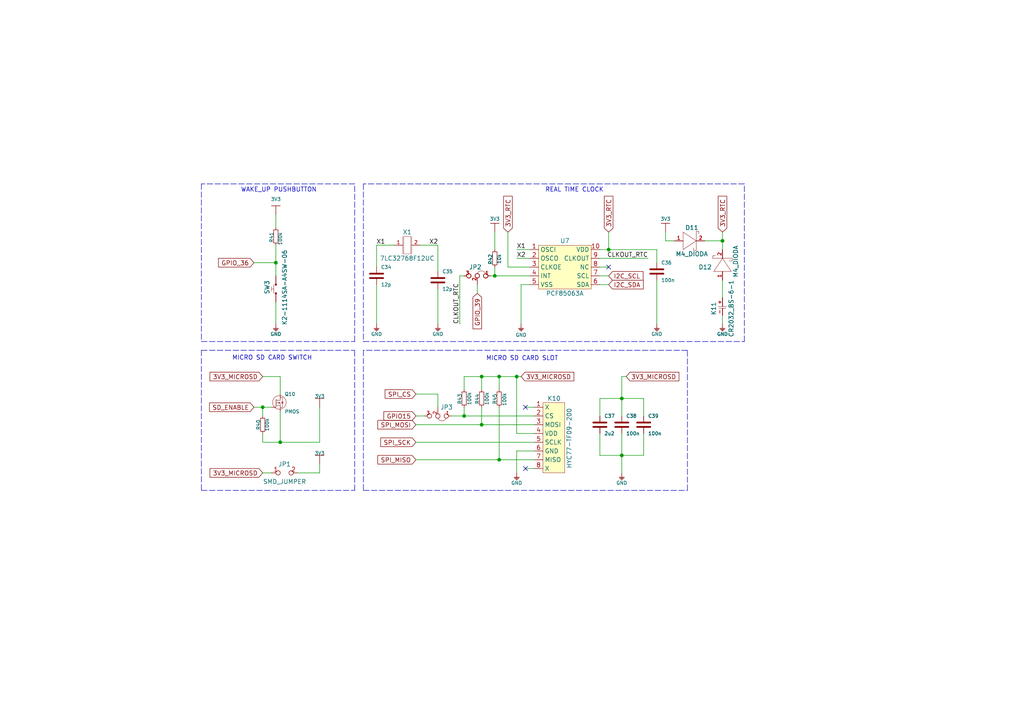
<source format=kicad_sch>
(kicad_sch (version 20211123) (generator eeschema)

  (uuid 1a2f4660-ab54-4a62-8451-9c431f793fab)

  (paper "A4")

  (title_block
    (title "Soldered Inkplate 6FLICK Gen2")
    (date "2023-11-27")
    (rev "V1.0.0")
    (company "SOLDERED")
    (comment 1 "333312")
  )

  (lib_symbols
    (symbol "e-radionica.com schematics:0603C" (pin_numbers hide) (pin_names (offset 0.002)) (in_bom yes) (on_board yes)
      (property "Reference" "C" (id 0) (at 0 3.81 0)
        (effects (font (size 1 1)))
      )
      (property "Value" "0603C" (id 1) (at 0 -3.175 0)
        (effects (font (size 1 1)))
      )
      (property "Footprint" "e-radionica.com footprinti:0603C" (id 2) (at 0.635 -4.445 0)
        (effects (font (size 1 1)) hide)
      )
      (property "Datasheet" "" (id 3) (at 0 0 0)
        (effects (font (size 1 1)) hide)
      )
      (symbol "0603C_0_1"
        (polyline
          (pts
            (xy -0.635 1.905)
            (xy -0.635 -1.905)
          )
          (stroke (width 0.5) (type default) (color 0 0 0 0))
          (fill (type none))
        )
        (polyline
          (pts
            (xy 0.635 1.905)
            (xy 0.635 -1.905)
          )
          (stroke (width 0.5) (type default) (color 0 0 0 0))
          (fill (type none))
        )
      )
      (symbol "0603C_1_1"
        (pin passive line (at -2.54 0 0) (length 1.9)
          (name "~" (effects (font (size 1.27 1.27))))
          (number "1" (effects (font (size 1.27 1.27))))
        )
        (pin passive line (at 2.54 0 180) (length 1.9)
          (name "~" (effects (font (size 1.27 1.27))))
          (number "2" (effects (font (size 1.27 1.27))))
        )
      )
    )
    (symbol "e-radionica.com schematics:0603R" (pin_numbers hide) (pin_names (offset 0.254)) (in_bom yes) (on_board yes)
      (property "Reference" "R" (id 0) (at 0 1.27 0)
        (effects (font (size 1 1)))
      )
      (property "Value" "0603R" (id 1) (at 0 -1.905 0)
        (effects (font (size 1 1)))
      )
      (property "Footprint" "e-radionica.com footprinti:0603R" (id 2) (at 0 -3.81 0)
        (effects (font (size 1 1)) hide)
      )
      (property "Datasheet" "" (id 3) (at -0.635 1.905 0)
        (effects (font (size 1 1)) hide)
      )
      (symbol "0603R_0_1"
        (rectangle (start -1.905 0.635) (end 1.905 -0.635)
          (stroke (width 0.15) (type default) (color 0 0 0 0))
          (fill (type none))
        )
      )
      (symbol "0603R_1_1"
        (pin passive line (at -2.54 0 0) (length 0.63)
          (name "~" (effects (font (size 1.27 1.27))))
          (number "1" (effects (font (size 1.27 1.27))))
        )
        (pin passive line (at 2.54 0 180) (length 0.63)
          (name "~" (effects (font (size 1.27 1.27))))
          (number "2" (effects (font (size 1.27 1.27))))
        )
      )
    )
    (symbol "e-radionica.com schematics:3V3" (power) (pin_names (offset 0)) (in_bom yes) (on_board yes)
      (property "Reference" "#PWR" (id 0) (at 4.445 0 0)
        (effects (font (size 1 1)) hide)
      )
      (property "Value" "3V3" (id 1) (at 0 3.556 0)
        (effects (font (size 1 1)))
      )
      (property "Footprint" "" (id 2) (at 4.445 3.81 0)
        (effects (font (size 1 1)) hide)
      )
      (property "Datasheet" "" (id 3) (at 4.445 3.81 0)
        (effects (font (size 1 1)) hide)
      )
      (property "ki_keywords" "power-flag" (id 4) (at 0 0 0)
        (effects (font (size 1.27 1.27)) hide)
      )
      (property "ki_description" "Power symbol creates a global label with name \"3V3\"" (id 5) (at 0 0 0)
        (effects (font (size 1.27 1.27)) hide)
      )
      (symbol "3V3_0_1"
        (polyline
          (pts
            (xy -1.27 2.54)
            (xy 1.27 2.54)
          )
          (stroke (width 0.16) (type default) (color 0 0 0 0))
          (fill (type none))
        )
        (polyline
          (pts
            (xy 0 0)
            (xy 0 2.54)
          )
          (stroke (width 0) (type default) (color 0 0 0 0))
          (fill (type none))
        )
      )
      (symbol "3V3_1_1"
        (pin power_in line (at 0 0 90) (length 0) hide
          (name "3V3" (effects (font (size 1.27 1.27))))
          (number "1" (effects (font (size 1.27 1.27))))
        )
      )
    )
    (symbol "e-radionica.com schematics:ABS07AIG-32.768KHZ-7-D-T" (in_bom yes) (on_board yes)
      (property "Reference" "X" (id 0) (at 0 3.81 0)
        (effects (font (size 1.27 1.27)))
      )
      (property "Value" "ABS07AIG-32.768KHZ-7-D-T" (id 1) (at 0 -3.81 0)
        (effects (font (size 1.27 1.27)))
      )
      (property "Footprint" "e-radionica.com footprinti:ABS07AIG-32.768KHZ-7-D-T" (id 2) (at 0 0 0)
        (effects (font (size 1.27 1.27)) hide)
      )
      (property "Datasheet" "" (id 3) (at 0 0 0)
        (effects (font (size 1.27 1.27)) hide)
      )
      (symbol "ABS07AIG-32.768KHZ-7-D-T_0_1"
        (polyline
          (pts
            (xy -1.27 2.54)
            (xy -1.27 -2.54)
          )
          (stroke (width 0.0006) (type default) (color 0 0 0 0))
          (fill (type none))
        )
        (polyline
          (pts
            (xy 1.27 2.54)
            (xy 1.27 -2.54)
            (xy 1.27 -1.27)
          )
          (stroke (width 0.0006) (type default) (color 0 0 0 0))
          (fill (type none))
        )
        (polyline
          (pts
            (xy -1.016 2.54)
            (xy -1.016 -2.54)
            (xy 1.016 -2.54)
            (xy 1.016 2.54)
            (xy -1.016 2.54)
            (xy 0.762 2.54)
          )
          (stroke (width 0.0006) (type default) (color 0 0 0 0))
          (fill (type none))
        )
      )
      (symbol "ABS07AIG-32.768KHZ-7-D-T_1_1"
        (pin passive line (at -3.81 0 0) (length 2.54)
          (name "~" (effects (font (size 1 1))))
          (number "1" (effects (font (size 1 1))))
        )
        (pin passive line (at 3.81 0 180) (length 2.54)
          (name "~" (effects (font (size 1 1))))
          (number "2" (effects (font (size 1 1))))
        )
      )
    )
    (symbol "e-radionica.com schematics:CR2032_BS-6-1" (in_bom yes) (on_board yes)
      (property "Reference" "K" (id 0) (at 0 2.54 0)
        (effects (font (size 1.27 1.27)))
      )
      (property "Value" "CR2032_BS-6-1" (id 1) (at 0 -2.54 0)
        (effects (font (size 1.27 1.27)))
      )
      (property "Footprint" "e-radionica.com footprinti:CR2032-BS-6-1" (id 2) (at 0 -5.08 0)
        (effects (font (size 1.27 1.27)) hide)
      )
      (property "Datasheet" "" (id 3) (at 0 0 0)
        (effects (font (size 1.27 1.27)) hide)
      )
      (property "ki_keywords" "CR2032 BS-6" (id 4) (at 0 0 0)
        (effects (font (size 1.27 1.27)) hide)
      )
      (property "ki_description" "CR2032 HOLDER" (id 5) (at 0 0 0)
        (effects (font (size 1.27 1.27)) hide)
      )
      (symbol "CR2032_BS-6-1_0_1"
        (polyline
          (pts
            (xy 0 -1.27)
            (xy 0 1.27)
            (xy 0 -0.762)
          )
          (stroke (width 0.1) (type default) (color 0 0 0 0))
          (fill (type none))
        )
        (polyline
          (pts
            (xy 0.508 1.016)
            (xy 0.508 -1.016)
            (xy 0.508 -0.762)
          )
          (stroke (width 0.1) (type default) (color 0 0 0 0))
          (fill (type none))
        )
      )
      (symbol "CR2032_BS-6-1_1_1"
        (pin input line (at -2.54 0 0) (length 2.54)
          (name "" (effects (font (size 1 1))))
          (number "+" (effects (font (size 1 1))))
        )
        (pin output line (at 2.54 0 180) (length 2.04)
          (name "" (effects (font (size 1 1))))
          (number "-" (effects (font (size 1 1))))
        )
      )
    )
    (symbol "e-radionica.com schematics:GND" (power) (pin_names (offset 0)) (in_bom yes) (on_board yes)
      (property "Reference" "#PWR" (id 0) (at 4.445 0 0)
        (effects (font (size 1 1)) hide)
      )
      (property "Value" "GND" (id 1) (at 0 -2.921 0)
        (effects (font (size 1 1)))
      )
      (property "Footprint" "" (id 2) (at 4.445 3.81 0)
        (effects (font (size 1 1)) hide)
      )
      (property "Datasheet" "" (id 3) (at 4.445 3.81 0)
        (effects (font (size 1 1)) hide)
      )
      (property "ki_keywords" "power-flag" (id 4) (at 0 0 0)
        (effects (font (size 1.27 1.27)) hide)
      )
      (property "ki_description" "Power symbol creates a global label with name \"GND\"" (id 5) (at 0 0 0)
        (effects (font (size 1.27 1.27)) hide)
      )
      (symbol "GND_0_1"
        (polyline
          (pts
            (xy -0.762 -1.27)
            (xy 0.762 -1.27)
          )
          (stroke (width 0.16) (type default) (color 0 0 0 0))
          (fill (type none))
        )
        (polyline
          (pts
            (xy -0.635 -1.524)
            (xy 0.635 -1.524)
          )
          (stroke (width 0.16) (type default) (color 0 0 0 0))
          (fill (type none))
        )
        (polyline
          (pts
            (xy -0.381 -1.778)
            (xy 0.381 -1.778)
          )
          (stroke (width 0.16) (type default) (color 0 0 0 0))
          (fill (type none))
        )
        (polyline
          (pts
            (xy -0.127 -2.032)
            (xy 0.127 -2.032)
          )
          (stroke (width 0.16) (type default) (color 0 0 0 0))
          (fill (type none))
        )
        (polyline
          (pts
            (xy 0 0)
            (xy 0 -1.27)
          )
          (stroke (width 0.16) (type default) (color 0 0 0 0))
          (fill (type none))
        )
      )
      (symbol "GND_1_1"
        (pin power_in line (at 0 0 270) (length 0) hide
          (name "GND" (effects (font (size 1.27 1.27))))
          (number "1" (effects (font (size 1.27 1.27))))
        )
      )
    )
    (symbol "e-radionica.com schematics:HYC77-TF09-200" (in_bom yes) (on_board yes)
      (property "Reference" "K" (id 0) (at 0 11.43 0)
        (effects (font (size 1.27 1.27)))
      )
      (property "Value" "HYC77-TF09-200" (id 1) (at 0 -11.43 0)
        (effects (font (size 1.27 1.27)))
      )
      (property "Footprint" "e-radionica.com footprinti:HYC77-TF09-200" (id 2) (at 0 -13.97 0)
        (effects (font (size 1.27 1.27)) hide)
      )
      (property "Datasheet" "" (id 3) (at -1.27 5.08 0)
        (effects (font (size 1.27 1.27)) hide)
      )
      (property "ki_keywords" "micro SD card holder" (id 4) (at 0 0 0)
        (effects (font (size 1.27 1.27)) hide)
      )
      (property "ki_description" "Micro SDcard holder" (id 5) (at 0 0 0)
        (effects (font (size 1.27 1.27)) hide)
      )
      (symbol "HYC77-TF09-200_0_1"
        (rectangle (start -2.54 10.16) (end 3.81 -10.16)
          (stroke (width 0.1) (type default) (color 0 0 0 0))
          (fill (type background))
        )
      )
      (symbol "HYC77-TF09-200_1_1"
        (pin bidirectional line (at -5.08 8.89 0) (length 2.54)
          (name "X" (effects (font (size 1.27 1.27))))
          (number "1" (effects (font (size 1.27 1.27))))
        )
        (pin bidirectional line (at -5.08 6.35 0) (length 2.54)
          (name "CS" (effects (font (size 1.27 1.27))))
          (number "2" (effects (font (size 1.27 1.27))))
        )
        (pin bidirectional line (at -5.08 3.81 0) (length 2.54)
          (name "MOSI" (effects (font (size 1.27 1.27))))
          (number "3" (effects (font (size 1.27 1.27))))
        )
        (pin bidirectional line (at -5.08 1.27 0) (length 2.54)
          (name "VDD" (effects (font (size 1.27 1.27))))
          (number "4" (effects (font (size 1.27 1.27))))
        )
        (pin bidirectional line (at -5.08 -1.27 0) (length 2.54)
          (name "SCLK" (effects (font (size 1.27 1.27))))
          (number "5" (effects (font (size 1.27 1.27))))
        )
        (pin bidirectional line (at -5.08 -3.81 0) (length 2.54)
          (name "GND" (effects (font (size 1.27 1.27))))
          (number "6" (effects (font (size 1.27 1.27))))
        )
        (pin bidirectional line (at -5.08 -6.35 0) (length 2.54)
          (name "MISO" (effects (font (size 1.27 1.27))))
          (number "7" (effects (font (size 1.27 1.27))))
        )
        (pin bidirectional line (at -5.08 -8.89 0) (length 2.54)
          (name "X" (effects (font (size 1.27 1.27))))
          (number "8" (effects (font (size 1.27 1.27))))
        )
      )
    )
    (symbol "e-radionica.com schematics:K2-1114SA-A4SW-06" (pin_numbers hide) (pin_names hide) (in_bom yes) (on_board yes)
      (property "Reference" "SW" (id 0) (at 0 2.54 0)
        (effects (font (size 1.27 1.27)))
      )
      (property "Value" "K2-1114SA-A4SW-06" (id 1) (at 0 -2.54 0)
        (effects (font (size 1.27 1.27)))
      )
      (property "Footprint" "e-radionica.com footprinti:K2-1114SA-A4SW-06" (id 2) (at 0 -5.08 0)
        (effects (font (size 1.27 1.27)) hide)
      )
      (property "Datasheet" "" (id 3) (at 1.27 17.78 0)
        (effects (font (size 1.27 1.27)) hide)
      )
      (symbol "K2-1114SA-A4SW-06_0_1"
        (circle (center -1.27 0) (radius 0.254)
          (stroke (width 0.001) (type default) (color 0 0 0 0))
          (fill (type outline))
        )
        (polyline
          (pts
            (xy -1.27 0.635)
            (xy 1.27 0.635)
          )
          (stroke (width 0.1) (type default) (color 0 0 0 0))
          (fill (type none))
        )
        (polyline
          (pts
            (xy 0 0.635)
            (xy 0 1.27)
          )
          (stroke (width 0.0006) (type default) (color 0 0 0 0))
          (fill (type none))
        )
        (polyline
          (pts
            (xy 0.635 1.27)
            (xy -0.635 1.27)
          )
          (stroke (width 0.1) (type default) (color 0 0 0 0))
          (fill (type none))
        )
        (circle (center 1.27 0) (radius 0.254)
          (stroke (width 0.001) (type default) (color 0 0 0 0))
          (fill (type outline))
        )
      )
      (symbol "K2-1114SA-A4SW-06_1_1"
        (pin passive line (at -3.81 0 0) (length 2.54)
          (name "~" (effects (font (size 1 1))))
          (number "1" (effects (font (size 1 1))))
        )
        (pin passive line (at 3.81 0 180) (length 2.54)
          (name "~" (effects (font (size 1 1))))
          (number "2" (effects (font (size 1 1))))
        )
      )
    )
    (symbol "e-radionica.com schematics:M4_DIODA" (pin_names hide) (in_bom yes) (on_board yes)
      (property "Reference" "D" (id 0) (at 0 3.81 0)
        (effects (font (size 1.27 1.27)))
      )
      (property "Value" "M4_DIODA" (id 1) (at 0 -4.572 0)
        (effects (font (size 1.27 1.27)))
      )
      (property "Footprint" "e-radionica.com footprinti:M4_DIODA" (id 2) (at 0 -6.35 0)
        (effects (font (size 1.27 1.27)) hide)
      )
      (property "Datasheet" "" (id 3) (at 0 0 0)
        (effects (font (size 1.27 1.27)) hide)
      )
      (symbol "M4_DIODA_0_1"
        (polyline
          (pts
            (xy -2.54 2.54)
            (xy -2.54 -2.54)
            (xy 1.27 0)
            (xy -2.54 2.54)
          )
          (stroke (width 0.1) (type default) (color 0 0 0 0))
          (fill (type none))
        )
        (polyline
          (pts
            (xy 1.27 2.794)
            (xy 1.27 -2.794)
            (xy 0.508 -2.794)
            (xy 0.508 -2.032)
          )
          (stroke (width 0.1) (type default) (color 0 0 0 0))
          (fill (type none))
        )
        (polyline
          (pts
            (xy 1.27 2.794)
            (xy 2.032 2.794)
            (xy 2.032 2.032)
            (xy 2.032 2.54)
          )
          (stroke (width 0.1) (type default) (color 0 0 0 0))
          (fill (type none))
        )
      )
      (symbol "M4_DIODA_1_1"
        (pin passive line (at -5.08 0 0) (length 2.54)
          (name "A" (effects (font (size 1 1))))
          (number "1" (effects (font (size 1 1))))
        )
        (pin passive line (at 3.81 0 180) (length 2.54)
          (name "K" (effects (font (size 1 1))))
          (number "2" (effects (font (size 1 1))))
        )
      )
    )
    (symbol "e-radionica.com schematics:PCF85063A" (in_bom yes) (on_board yes)
      (property "Reference" "U" (id 0) (at 0 7.62 0)
        (effects (font (size 1.27 1.27)))
      )
      (property "Value" "PCF85063A" (id 1) (at 0 -7.62 0)
        (effects (font (size 1.27 1.27)))
      )
      (property "Footprint" "e-radionica.com footprinti:PCF85063A" (id 2) (at 0 -10.16 0)
        (effects (font (size 1.27 1.27)) hide)
      )
      (property "Datasheet" "" (id 3) (at -6.35 2.54 0)
        (effects (font (size 1.27 1.27)) hide)
      )
      (symbol "PCF85063A_0_1"
        (rectangle (start -7.62 6.35) (end 7.62 -6.35)
          (stroke (width 0.1) (type default) (color 0 0 0 0))
          (fill (type background))
        )
      )
      (symbol "PCF85063A_1_1"
        (pin passive line (at -10.16 5.08 0) (length 2.54)
          (name "OSCI" (effects (font (size 1.27 1.27))))
          (number "1" (effects (font (size 1.27 1.27))))
        )
        (pin passive line (at 10.16 5.08 180) (length 2.54)
          (name "VDD" (effects (font (size 1.27 1.27))))
          (number "10" (effects (font (size 1.27 1.27))))
        )
        (pin passive line (at -10.16 2.54 0) (length 2.54)
          (name "OSCO" (effects (font (size 1.27 1.27))))
          (number "2" (effects (font (size 1.27 1.27))))
        )
        (pin passive line (at -10.16 0 0) (length 2.54)
          (name "CLKOE" (effects (font (size 1.27 1.27))))
          (number "3" (effects (font (size 1.27 1.27))))
        )
        (pin passive line (at -10.16 -2.54 0) (length 2.54)
          (name "INT" (effects (font (size 1.27 1.27))))
          (number "4" (effects (font (size 1.27 1.27))))
        )
        (pin passive line (at -10.16 -5.08 0) (length 2.54)
          (name "VSS" (effects (font (size 1.27 1.27))))
          (number "5" (effects (font (size 1.27 1.27))))
        )
        (pin passive line (at 10.16 -5.08 180) (length 2.54)
          (name "SDA" (effects (font (size 1.27 1.27))))
          (number "6" (effects (font (size 1.27 1.27))))
        )
        (pin passive line (at 10.16 -2.54 180) (length 2.54)
          (name "SCL" (effects (font (size 1.27 1.27))))
          (number "7" (effects (font (size 1.27 1.27))))
        )
        (pin passive line (at 10.16 0 180) (length 2.54)
          (name "NC" (effects (font (size 1.27 1.27))))
          (number "8" (effects (font (size 1.27 1.27))))
        )
        (pin passive line (at 10.16 2.54 180) (length 2.54)
          (name "CLKOUT" (effects (font (size 1.27 1.27))))
          (number "9" (effects (font (size 1.27 1.27))))
        )
      )
    )
    (symbol "e-radionica.com schematics:PMOS-SOT-23-3" (pin_numbers hide) (pin_names hide) (in_bom yes) (on_board yes)
      (property "Reference" "Q" (id 0) (at -1.27 2.54 0)
        (effects (font (size 1 1)))
      )
      (property "Value" "PMOS-SOT-23-3" (id 1) (at 0.381 -4.064 0)
        (effects (font (size 1 1)))
      )
      (property "Footprint" "e-radionica.com footprinti:SOT-23-3" (id 2) (at 1.27 -7.62 0)
        (effects (font (size 1 1)) hide)
      )
      (property "Datasheet" "" (id 3) (at 0 0 0)
        (effects (font (size 1 1)) hide)
      )
      (symbol "PMOS-SOT-23-3_0_1"
        (polyline
          (pts
            (xy 0 -1.27)
            (xy 0 1.016)
          )
          (stroke (width 0.1) (type default) (color 0 0 0 0))
          (fill (type none))
        )
        (polyline
          (pts
            (xy 0.254 -1.016)
            (xy 0.254 -0.508)
          )
          (stroke (width 0.1) (type default) (color 0 0 0 0))
          (fill (type none))
        )
        (polyline
          (pts
            (xy 0.254 -0.762)
            (xy 1.27 -0.762)
          )
          (stroke (width 0.1) (type default) (color 0 0 0 0))
          (fill (type none))
        )
        (polyline
          (pts
            (xy 0.254 -0.254)
            (xy 0.254 0.254)
          )
          (stroke (width 0.1) (type default) (color 0 0 0 0))
          (fill (type none))
        )
        (polyline
          (pts
            (xy 0.254 0.762)
            (xy 1.27 0.762)
          )
          (stroke (width 0.1) (type default) (color 0 0 0 0))
          (fill (type none))
        )
        (polyline
          (pts
            (xy 0.254 1.016)
            (xy 0.254 0.508)
          )
          (stroke (width 0.1) (type default) (color 0 0 0 0))
          (fill (type none))
        )
        (polyline
          (pts
            (xy 1.27 -1.27)
            (xy 1.27 -0.762)
          )
          (stroke (width 0.1) (type default) (color 0 0 0 0))
          (fill (type none))
        )
        (polyline
          (pts
            (xy 1.27 0.762)
            (xy 1.27 1.27)
          )
          (stroke (width 0.1) (type default) (color 0 0 0 0))
          (fill (type none))
        )
        (polyline
          (pts
            (xy 2.159 -0.127)
            (xy 1.651 -0.127)
          )
          (stroke (width 0.1) (type default) (color 0 0 0 0))
          (fill (type none))
        )
        (polyline
          (pts
            (xy 2.159 0.254)
            (xy 1.905 -0.127)
          )
          (stroke (width 0.1) (type default) (color 0 0 0 0))
          (fill (type none))
        )
        (polyline
          (pts
            (xy 0.254 0)
            (xy 1.27 0)
            (xy 1.27 -0.762)
          )
          (stroke (width 0.1) (type default) (color 0 0 0 0))
          (fill (type none))
        )
        (polyline
          (pts
            (xy 2.159 0.254)
            (xy 1.651 0.254)
            (xy 1.905 -0.127)
          )
          (stroke (width 0.1) (type default) (color 0 0 0 0))
          (fill (type none))
        )
        (polyline
          (pts
            (xy 1.143 0)
            (xy 0.889 -0.254)
            (xy 0.889 0.254)
            (xy 1.143 0)
          )
          (stroke (width 0.1) (type default) (color 0 0 0 0))
          (fill (type none))
        )
        (polyline
          (pts
            (xy 1.27 -1.27)
            (xy 1.905 -1.27)
            (xy 1.905 1.524)
            (xy 1.27 1.524)
          )
          (stroke (width 0.1) (type default) (color 0 0 0 0))
          (fill (type none))
        )
        (circle (center 1.016 0.127) (radius 1.9716)
          (stroke (width 0.1) (type default) (color 0 0 0 0))
          (fill (type none))
        )
      )
      (symbol "PMOS-SOT-23-3_1_1"
        (pin passive line (at -1.27 -1.27 0) (length 1.27)
          (name "G" (effects (font (size 1 1))))
          (number "1" (effects (font (size 1 1))))
        )
        (pin passive line (at 1.27 -2.54 90) (length 1.27)
          (name "S" (effects (font (size 1 1))))
          (number "2" (effects (font (size 1 1))))
        )
        (pin passive line (at 1.27 2.54 270) (length 1.27)
          (name "D" (effects (font (size 1 1))))
          (number "3" (effects (font (size 1 1))))
        )
      )
    )
    (symbol "e-radionica.com schematics:SMD_JUMPER" (in_bom yes) (on_board yes)
      (property "Reference" "JP" (id 0) (at 0 1.397 0)
        (effects (font (size 1.27 1.27)))
      )
      (property "Value" "SMD_JUMPER" (id 1) (at 0 -2.54 0)
        (effects (font (size 1.27 1.27)))
      )
      (property "Footprint" "e-radionica.com footprinti:SMD_JUMPER" (id 2) (at 0 -5.08 0)
        (effects (font (size 1.27 1.27)) hide)
      )
      (property "Datasheet" "" (id 3) (at 0 0 0)
        (effects (font (size 1.27 1.27)) hide)
      )
      (symbol "SMD_JUMPER_1_1"
        (pin passive inverted (at -3.81 0 0) (length 2.54)
          (name "" (effects (font (size 1.27 1.27))))
          (number "1" (effects (font (size 1.27 1.27))))
        )
        (pin passive inverted (at 3.81 0 180) (length 2.54)
          (name "" (effects (font (size 1.27 1.27))))
          (number "2" (effects (font (size 1.27 1.27))))
        )
      )
    )
    (symbol "e-radionica.com schematics:SMD_JUMPER_3_PAD_CONNECTED_LEFT_TRACE" (in_bom yes) (on_board yes)
      (property "Reference" "JP" (id 0) (at 0 2.413 0)
        (effects (font (size 1.27 1.27)))
      )
      (property "Value" "SMD_JUMPER_3_PAD_CONNECTED_LEFT_TRACE" (id 1) (at -1.27 -7.62 0)
        (effects (font (size 1.27 1.27)) hide)
      )
      (property "Footprint" "e-radionica.com footprinti:SMD_JUMPER_3_PAD_CONNECTED_LEFT_TRACE" (id 2) (at 2.54 -12.7 0)
        (effects (font (size 1.27 1.27)) hide)
      )
      (property "Datasheet" "" (id 3) (at 1.27 0 0)
        (effects (font (size 1.27 1.27)) hide)
      )
      (symbol "SMD_JUMPER_3_PAD_CONNECTED_LEFT_TRACE_0_1"
        (arc (start 0 0.635) (mid -1.2065 1.4342) (end -2.413 0.635)
          (stroke (width 0.1) (type default) (color 0 0 0 0))
          (fill (type none))
        )
      )
      (symbol "SMD_JUMPER_3_PAD_CONNECTED_LEFT_TRACE_1_1"
        (pin passive inverted (at -3.81 0 0) (length 2)
          (name "" (effects (font (size 1 1))))
          (number "1" (effects (font (size 1 1))))
        )
        (pin passive inverted (at 0 -2.54 90) (length 3.2)
          (name "" (effects (font (size 1 1))))
          (number "2" (effects (font (size 1 1))))
        )
        (pin passive inverted (at 3.81 0 180) (length 2)
          (name "" (effects (font (size 1 1))))
          (number "3" (effects (font (size 1 1))))
        )
      )
    )
  )

  (junction (at 176.53 72.39) (diameter 0) (color 0 0 0 0)
    (uuid 0656bf8d-4895-46e0-9b0a-722672426619)
  )
  (junction (at 134.62 120.65) (diameter 0) (color 0 0 0 0)
    (uuid 129dcdb6-fcb0-4e4d-83e8-ed43eceb99b7)
  )
  (junction (at 80.01 76.2) (diameter 0) (color 0 0 0 0)
    (uuid 156ee333-3d61-4eef-b52d-5009a5f0ee31)
  )
  (junction (at 180.34 132.08) (diameter 0) (color 0 0 0 0)
    (uuid 31017eab-d4c7-4e51-b29b-8853f33b6f9f)
  )
  (junction (at 144.78 109.22) (diameter 0) (color 0 0 0 0)
    (uuid 579734d2-3230-4458-85c4-11a1816d7735)
  )
  (junction (at 143.51 80.01) (diameter 0) (color 0 0 0 0)
    (uuid 86d417e6-74a6-4f5f-b7d8-178002b7f6de)
  )
  (junction (at 76.2 118.11) (diameter 0) (color 0 0 0 0)
    (uuid aa48c1da-21fa-4640-a142-87876536bc36)
  )
  (junction (at 144.78 133.35) (diameter 0) (color 0 0 0 0)
    (uuid ac7f299d-e79c-4571-819e-bca0806783a5)
  )
  (junction (at 139.7 123.19) (diameter 0) (color 0 0 0 0)
    (uuid ace0dfba-0b95-421f-a405-6381556f82c3)
  )
  (junction (at 139.7 109.22) (diameter 0) (color 0 0 0 0)
    (uuid adfbe9e4-1af8-4e38-b1be-b545a5d54fbc)
  )
  (junction (at 209.55 69.85) (diameter 0) (color 0 0 0 0)
    (uuid ca5aa4ec-59de-4d62-9fb3-80f58a1a7425)
  )
  (junction (at 149.86 109.22) (diameter 0) (color 0 0 0 0)
    (uuid d400bf95-50a7-4c7e-a6aa-f299f8039d10)
  )
  (junction (at 180.34 115.57) (diameter 0) (color 0 0 0 0)
    (uuid e5640f49-d91e-423a-899f-17046c390ebf)
  )
  (junction (at 81.28 128.27) (diameter 0) (color 0 0 0 0)
    (uuid ffd9af72-fad6-4dbd-8243-5201aef399a0)
  )

  (no_connect (at 152.4 135.89) (uuid 48d9e7d9-cec1-4a8f-a44d-735fa29b0afe))
  (no_connect (at 176.53 77.47) (uuid 97bdff7d-4e9e-4edd-b9f3-7775c57d0c73))
  (no_connect (at 152.4 118.11) (uuid dae08224-a89e-4e05-94f7-940658f6fa1d))

  (wire (pts (xy 173.99 125.73) (xy 173.99 132.08))
    (stroke (width 0) (type default) (color 0 0 0 0))
    (uuid 03b39272-2da3-48d6-bbd6-b12fddee8f06)
  )
  (wire (pts (xy 147.32 67.31) (xy 147.32 77.47))
    (stroke (width 0) (type default) (color 0 0 0 0))
    (uuid 08e730dd-273a-44be-ab16-cd38cf34a3dd)
  )
  (wire (pts (xy 149.86 74.93) (xy 153.67 74.93))
    (stroke (width 0) (type default) (color 0 0 0 0))
    (uuid 0d470445-b45f-4ee3-a27b-8e2a76225ca4)
  )
  (polyline (pts (xy 199.39 142.24) (xy 199.39 101.6))
    (stroke (width 0) (type default) (color 0 0 0 0))
    (uuid 10e937aa-4f20-430c-9ae3-e7ec8489cf9a)
  )

  (wire (pts (xy 151.13 82.55) (xy 151.13 93.98))
    (stroke (width 0) (type default) (color 0 0 0 0))
    (uuid 10ee0fef-0cc2-4192-b937-83c013a56d32)
  )
  (wire (pts (xy 76.2 118.11) (xy 78.74 118.11))
    (stroke (width 0) (type default) (color 0 0 0 0))
    (uuid 110a4815-d13c-40e7-b859-f28c3540924c)
  )
  (wire (pts (xy 80.01 62.23) (xy 80.01 66.04))
    (stroke (width 0) (type default) (color 0 0 0 0))
    (uuid 1217197a-ed78-4d6e-a8cf-e0ab9efbde2e)
  )
  (polyline (pts (xy 102.87 99.06) (xy 102.87 53.34))
    (stroke (width 0) (type default) (color 0 0 0 0))
    (uuid 122627a4-8d67-402d-aec5-344d692f26e3)
  )
  (polyline (pts (xy 199.39 101.6) (xy 105.41 101.6))
    (stroke (width 0) (type default) (color 0 0 0 0))
    (uuid 148d1963-0773-48e4-839f-58b163c6a2b0)
  )

  (wire (pts (xy 130.81 120.65) (xy 134.62 120.65))
    (stroke (width 0) (type default) (color 0 0 0 0))
    (uuid 1777ff5e-17e9-407e-8f43-8ea3f658055b)
  )
  (wire (pts (xy 144.78 113.03) (xy 144.78 109.22))
    (stroke (width 0) (type default) (color 0 0 0 0))
    (uuid 1cb79f80-8d00-4736-bcdc-329288653404)
  )
  (wire (pts (xy 173.99 80.01) (xy 176.53 80.01))
    (stroke (width 0) (type default) (color 0 0 0 0))
    (uuid 1cef9db9-4c75-43f8-8967-286b04ecbd30)
  )
  (wire (pts (xy 76.2 137.16) (xy 78.74 137.16))
    (stroke (width 0) (type default) (color 0 0 0 0))
    (uuid 1d2ffbd6-50ff-45a4-b16b-42458ca85232)
  )
  (wire (pts (xy 127 71.12) (xy 127 78.74))
    (stroke (width 0) (type default) (color 0 0 0 0))
    (uuid 1e87d8ec-4ef0-4611-a8dc-63236ad8572a)
  )
  (wire (pts (xy 81.28 119.38) (xy 81.28 128.27))
    (stroke (width 0) (type default) (color 0 0 0 0))
    (uuid 24996f69-a4b5-4c44-b63e-75ce406494fd)
  )
  (wire (pts (xy 180.34 109.22) (xy 181.61 109.22))
    (stroke (width 0) (type default) (color 0 0 0 0))
    (uuid 258c91d2-8996-4c10-bb4a-e1c309ecf837)
  )
  (wire (pts (xy 92.71 134.62) (xy 92.71 137.16))
    (stroke (width 0) (type default) (color 0 0 0 0))
    (uuid 26a1ab07-ce7f-48b0-beec-0f80746765c5)
  )
  (wire (pts (xy 144.78 118.11) (xy 144.78 133.35))
    (stroke (width 0) (type default) (color 0 0 0 0))
    (uuid 26e0cd9d-bc36-4110-b2a4-88ed80cf3329)
  )
  (wire (pts (xy 120.65 133.35) (xy 144.78 133.35))
    (stroke (width 0) (type default) (color 0 0 0 0))
    (uuid 2cb1a915-03e9-4c5c-891a-879b033eef68)
  )
  (wire (pts (xy 149.86 109.22) (xy 151.13 109.22))
    (stroke (width 0) (type default) (color 0 0 0 0))
    (uuid 2cbec9af-584e-4c9a-8700-b26fb4d5cfd7)
  )
  (wire (pts (xy 209.55 69.85) (xy 204.47 69.85))
    (stroke (width 0) (type default) (color 0 0 0 0))
    (uuid 357cd17e-d126-44df-b36f-3f4ce102642d)
  )
  (wire (pts (xy 180.34 115.57) (xy 180.34 109.22))
    (stroke (width 0) (type default) (color 0 0 0 0))
    (uuid 37bfd21a-b6cf-4436-8e53-5a32bfbcd718)
  )
  (polyline (pts (xy 58.42 101.6) (xy 102.87 101.6))
    (stroke (width 0) (type default) (color 0 0 0 0))
    (uuid 3a32ca07-2e65-43bb-b3b9-3c74520c029e)
  )

  (wire (pts (xy 154.94 125.73) (xy 149.86 125.73))
    (stroke (width 0) (type default) (color 0 0 0 0))
    (uuid 3b42956e-383e-48ec-95d4-2d90ed4f3381)
  )
  (wire (pts (xy 80.01 76.2) (xy 80.01 71.12))
    (stroke (width 0) (type default) (color 0 0 0 0))
    (uuid 3bc594ff-78ee-458a-bdfc-80936009a690)
  )
  (wire (pts (xy 180.34 120.65) (xy 180.34 115.57))
    (stroke (width 0) (type default) (color 0 0 0 0))
    (uuid 3d1672b4-a2ed-447d-bcad-39164d674f00)
  )
  (wire (pts (xy 193.04 69.85) (xy 193.04 67.31))
    (stroke (width 0) (type default) (color 0 0 0 0))
    (uuid 3e4b6349-5bd1-471c-840d-bdbb09ca3041)
  )
  (wire (pts (xy 186.69 115.57) (xy 180.34 115.57))
    (stroke (width 0) (type default) (color 0 0 0 0))
    (uuid 3f5723fa-6f2d-4e7c-952f-e08c94aef4b4)
  )
  (polyline (pts (xy 58.42 101.6) (xy 58.42 142.24))
    (stroke (width 0) (type default) (color 0 0 0 0))
    (uuid 46bee3f3-fe38-43bd-bdda-61c50f0fe585)
  )

  (wire (pts (xy 109.22 82.55) (xy 109.22 93.98))
    (stroke (width 0) (type default) (color 0 0 0 0))
    (uuid 4ef10d22-8b9b-43ec-b9ed-58433457ae77)
  )
  (wire (pts (xy 152.4 118.11) (xy 154.94 118.11))
    (stroke (width 0) (type default) (color 0 0 0 0))
    (uuid 543d9934-1cfe-4be2-bca9-d9f8a631392c)
  )
  (polyline (pts (xy 58.42 53.34) (xy 58.42 99.06))
    (stroke (width 0) (type default) (color 0 0 0 0))
    (uuid 548f783e-07a7-409d-818f-48da5002f56e)
  )

  (wire (pts (xy 127 118.11) (xy 127 114.3))
    (stroke (width 0) (type default) (color 0 0 0 0))
    (uuid 54ae9f2e-31b6-4ed0-a01e-280bf2173246)
  )
  (wire (pts (xy 76.2 125.73) (xy 76.2 128.27))
    (stroke (width 0) (type default) (color 0 0 0 0))
    (uuid 55dbc987-772d-4adc-a329-38dea1cdc9eb)
  )
  (wire (pts (xy 120.65 120.65) (xy 123.19 120.65))
    (stroke (width 0) (type default) (color 0 0 0 0))
    (uuid 5713c2fc-e5f6-4ad2-96c5-843c5bd7f18a)
  )
  (wire (pts (xy 151.13 82.55) (xy 153.67 82.55))
    (stroke (width 0) (type default) (color 0 0 0 0))
    (uuid 5a3a7061-7418-431d-b9db-45a24b2e35d6)
  )
  (wire (pts (xy 173.99 120.65) (xy 173.99 115.57))
    (stroke (width 0) (type default) (color 0 0 0 0))
    (uuid 6016e417-3cb8-4b04-b934-b991473cc807)
  )
  (wire (pts (xy 149.86 125.73) (xy 149.86 109.22))
    (stroke (width 0) (type default) (color 0 0 0 0))
    (uuid 60205ef1-b311-4f05-ab9d-697541bd47e1)
  )
  (polyline (pts (xy 105.41 99.06) (xy 105.41 99.06))
    (stroke (width 0) (type default) (color 0 0 0 0))
    (uuid 604e065a-a4e5-49bf-b71d-2ff8f50b5b22)
  )

  (wire (pts (xy 133.35 80.01) (xy 133.35 93.98))
    (stroke (width 0) (type default) (color 0 0 0 0))
    (uuid 65c2cca1-3d48-40cf-a2a4-aa8c04b46646)
  )
  (wire (pts (xy 139.7 118.11) (xy 139.7 123.19))
    (stroke (width 0) (type default) (color 0 0 0 0))
    (uuid 671d5260-5197-4cf3-a329-4de720cb6760)
  )
  (wire (pts (xy 209.55 67.31) (xy 209.55 69.85))
    (stroke (width 0) (type default) (color 0 0 0 0))
    (uuid 67b2764b-b88a-47dd-ba84-d2d5bd7944aa)
  )
  (wire (pts (xy 173.99 82.55) (xy 176.53 82.55))
    (stroke (width 0) (type default) (color 0 0 0 0))
    (uuid 6863df39-a1fc-408d-954b-da448309d3ec)
  )
  (wire (pts (xy 180.34 132.08) (xy 180.34 137.16))
    (stroke (width 0) (type default) (color 0 0 0 0))
    (uuid 69f9ff98-12bc-494a-ad16-793f8f957959)
  )
  (wire (pts (xy 176.53 67.31) (xy 176.53 72.39))
    (stroke (width 0) (type default) (color 0 0 0 0))
    (uuid 6bf9dc92-f7f1-4a56-868f-046926837799)
  )
  (wire (pts (xy 134.62 120.65) (xy 154.94 120.65))
    (stroke (width 0) (type default) (color 0 0 0 0))
    (uuid 6c023284-4ec6-4268-ba8d-9f3154e280b3)
  )
  (wire (pts (xy 127 114.3) (xy 120.65 114.3))
    (stroke (width 0) (type default) (color 0 0 0 0))
    (uuid 6c261e46-e7f6-4a4e-979b-eaad417580fc)
  )
  (polyline (pts (xy 58.42 99.06) (xy 102.87 99.06))
    (stroke (width 0) (type default) (color 0 0 0 0))
    (uuid 6d41c79b-4e92-47cb-9b63-88bfde0cac32)
  )

  (wire (pts (xy 76.2 120.65) (xy 76.2 118.11))
    (stroke (width 0) (type default) (color 0 0 0 0))
    (uuid 6ef8408c-a4bb-4510-bd24-4362bebf497c)
  )
  (polyline (pts (xy 105.41 142.24) (xy 199.39 142.24))
    (stroke (width 0) (type default) (color 0 0 0 0))
    (uuid 6fa36bf6-d5ce-4ed2-820e-4046f04e8a6c)
  )

  (wire (pts (xy 173.99 132.08) (xy 180.34 132.08))
    (stroke (width 0) (type default) (color 0 0 0 0))
    (uuid 6fd934e7-ba65-4270-95c4-c54dacd7c26d)
  )
  (wire (pts (xy 195.58 69.85) (xy 193.04 69.85))
    (stroke (width 0) (type default) (color 0 0 0 0))
    (uuid 71b734fe-fc27-4f45-bf21-75e6047ff4d7)
  )
  (polyline (pts (xy 102.87 142.24) (xy 102.87 101.6))
    (stroke (width 0) (type default) (color 0 0 0 0))
    (uuid 7222ae41-1330-473a-87ad-9c1b297326dc)
  )

  (wire (pts (xy 209.55 81.28) (xy 209.55 86.36))
    (stroke (width 0) (type default) (color 0 0 0 0))
    (uuid 730eeab9-d21e-4326-8184-d33bc987b97d)
  )
  (wire (pts (xy 134.62 109.22) (xy 139.7 109.22))
    (stroke (width 0) (type default) (color 0 0 0 0))
    (uuid 74ef44be-d09e-4d83-9cf2-574789d5e26f)
  )
  (wire (pts (xy 73.66 76.2) (xy 80.01 76.2))
    (stroke (width 0) (type default) (color 0 0 0 0))
    (uuid 7c8798f5-1da5-4eab-938c-6aeb9c351304)
  )
  (wire (pts (xy 143.51 67.31) (xy 143.51 72.39))
    (stroke (width 0) (type default) (color 0 0 0 0))
    (uuid 7d4fb41f-5179-4803-a27c-0d1e79efe179)
  )
  (wire (pts (xy 173.99 72.39) (xy 176.53 72.39))
    (stroke (width 0) (type default) (color 0 0 0 0))
    (uuid 7f5f39b8-d418-4a01-8c7b-e8a69ab510e2)
  )
  (wire (pts (xy 80.01 87.63) (xy 80.01 93.98))
    (stroke (width 0) (type default) (color 0 0 0 0))
    (uuid 80b0156f-375c-4cac-9621-85c5705b7766)
  )
  (wire (pts (xy 76.2 109.22) (xy 81.28 109.22))
    (stroke (width 0) (type default) (color 0 0 0 0))
    (uuid 8325c592-1b21-4fdd-85f4-ea9d81a56450)
  )
  (wire (pts (xy 73.66 118.11) (xy 76.2 118.11))
    (stroke (width 0) (type default) (color 0 0 0 0))
    (uuid 8453f016-f6b3-43f1-949a-bf832e8d24d5)
  )
  (wire (pts (xy 190.5 76.2) (xy 190.5 72.39))
    (stroke (width 0) (type default) (color 0 0 0 0))
    (uuid 8664fc17-24c7-41d0-9add-8033e7164c51)
  )
  (wire (pts (xy 180.34 125.73) (xy 180.34 132.08))
    (stroke (width 0) (type default) (color 0 0 0 0))
    (uuid 87c1b1f5-5e2e-41fd-8319-552679d4276f)
  )
  (wire (pts (xy 92.71 118.11) (xy 92.71 128.27))
    (stroke (width 0) (type default) (color 0 0 0 0))
    (uuid 8994eac1-5ec4-4dda-8600-07b98ce37d1e)
  )
  (wire (pts (xy 186.69 132.08) (xy 186.69 125.73))
    (stroke (width 0) (type default) (color 0 0 0 0))
    (uuid 8bb5128a-f775-4a88-8acc-ec3728ef23aa)
  )
  (wire (pts (xy 142.24 80.01) (xy 143.51 80.01))
    (stroke (width 0) (type default) (color 0 0 0 0))
    (uuid 8d3083c3-77f5-4467-aadd-9727bd0f32f7)
  )
  (wire (pts (xy 143.51 80.01) (xy 153.67 80.01))
    (stroke (width 0) (type default) (color 0 0 0 0))
    (uuid 9041045a-042c-4993-893f-08095c7f7b83)
  )
  (polyline (pts (xy 102.87 53.34) (xy 58.42 53.34))
    (stroke (width 0) (type default) (color 0 0 0 0))
    (uuid 92d081a3-17ce-464a-aeac-090827aa5648)
  )

  (wire (pts (xy 149.86 72.39) (xy 153.67 72.39))
    (stroke (width 0) (type default) (color 0 0 0 0))
    (uuid 9458306c-9f52-41d3-ac92-2967ec23f264)
  )
  (wire (pts (xy 120.65 123.19) (xy 139.7 123.19))
    (stroke (width 0) (type default) (color 0 0 0 0))
    (uuid 9a973705-67e8-4157-b3ab-f00babbb51c6)
  )
  (wire (pts (xy 149.86 130.81) (xy 149.86 137.16))
    (stroke (width 0) (type default) (color 0 0 0 0))
    (uuid 9b4b2957-bfe5-474d-a0d6-bda3ad061af6)
  )
  (wire (pts (xy 134.62 80.01) (xy 133.35 80.01))
    (stroke (width 0) (type default) (color 0 0 0 0))
    (uuid 9fd6c9c9-60e7-46c0-9b09-6d431cce954f)
  )
  (wire (pts (xy 139.7 123.19) (xy 154.94 123.19))
    (stroke (width 0) (type default) (color 0 0 0 0))
    (uuid a250ed1b-561b-47ee-bb52-b1f2abebff9a)
  )
  (polyline (pts (xy 58.42 142.24) (xy 102.87 142.24))
    (stroke (width 0) (type default) (color 0 0 0 0))
    (uuid a49b871a-a9d0-4cc5-8265-24dc96e6daa2)
  )

  (wire (pts (xy 154.94 130.81) (xy 149.86 130.81))
    (stroke (width 0) (type default) (color 0 0 0 0))
    (uuid a4fb8579-de9d-4839-b9e5-648a13210b04)
  )
  (wire (pts (xy 152.4 135.89) (xy 154.94 135.89))
    (stroke (width 0) (type default) (color 0 0 0 0))
    (uuid a65fd398-1e1f-4a87-b3cc-aa3c1a52bb58)
  )
  (wire (pts (xy 173.99 115.57) (xy 180.34 115.57))
    (stroke (width 0) (type default) (color 0 0 0 0))
    (uuid a7013ae4-ef6e-49b4-9c58-df51fe43ff24)
  )
  (polyline (pts (xy 105.41 99.06) (xy 215.9 99.06))
    (stroke (width 0) (type default) (color 0 0 0 0))
    (uuid ab20b22f-2fed-489c-95f4-34887bb862ce)
  )

  (wire (pts (xy 153.67 77.47) (xy 147.32 77.47))
    (stroke (width 0) (type default) (color 0 0 0 0))
    (uuid af3230db-a345-483d-b0a2-ede59309a606)
  )
  (polyline (pts (xy 105.41 53.34) (xy 105.41 99.06))
    (stroke (width 0) (type default) (color 0 0 0 0))
    (uuid af45bb7a-050b-4e74-a86f-1dff161de2bc)
  )
  (polyline (pts (xy 105.41 101.6) (xy 105.41 142.24))
    (stroke (width 0) (type default) (color 0 0 0 0))
    (uuid af809b67-4aac-46f6-aa8c-bf733dc4a196)
  )

  (wire (pts (xy 190.5 81.28) (xy 190.5 93.98))
    (stroke (width 0) (type default) (color 0 0 0 0))
    (uuid b15636bb-42d2-4709-96b9-c5a3fd5c913f)
  )
  (wire (pts (xy 144.78 109.22) (xy 149.86 109.22))
    (stroke (width 0) (type default) (color 0 0 0 0))
    (uuid b1dc42ec-88b0-444e-83ba-fc1625df5d97)
  )
  (wire (pts (xy 186.69 120.65) (xy 186.69 115.57))
    (stroke (width 0) (type default) (color 0 0 0 0))
    (uuid b211f7c5-1765-4b9b-9dfa-d907a4ad3e9d)
  )
  (wire (pts (xy 92.71 128.27) (xy 81.28 128.27))
    (stroke (width 0) (type default) (color 0 0 0 0))
    (uuid b233b2cc-85d1-4c8b-9884-3eaaf7ef8a76)
  )
  (wire (pts (xy 80.01 76.2) (xy 80.01 80.01))
    (stroke (width 0) (type default) (color 0 0 0 0))
    (uuid b64603ee-2838-4668-83ba-2fa2db0a6b48)
  )
  (wire (pts (xy 190.5 72.39) (xy 176.53 72.39))
    (stroke (width 0) (type default) (color 0 0 0 0))
    (uuid b6cced30-d0e1-4acf-b437-3d058945df0b)
  )
  (wire (pts (xy 138.43 82.55) (xy 138.43 85.09))
    (stroke (width 0) (type default) (color 0 0 0 0))
    (uuid b7ee756e-6c23-4563-80f1-56fa1418d413)
  )
  (wire (pts (xy 76.2 128.27) (xy 81.28 128.27))
    (stroke (width 0) (type default) (color 0 0 0 0))
    (uuid b8be8ada-426d-41fd-8ddc-6ed1d5a47246)
  )
  (wire (pts (xy 144.78 133.35) (xy 154.94 133.35))
    (stroke (width 0) (type default) (color 0 0 0 0))
    (uuid b9782b5c-640a-4ca4-9e81-d56fd8e352a8)
  )
  (wire (pts (xy 143.51 77.47) (xy 143.51 80.01))
    (stroke (width 0) (type default) (color 0 0 0 0))
    (uuid bdae27eb-cc91-4157-833e-2d016a6f2d41)
  )
  (wire (pts (xy 114.3 71.12) (xy 109.22 71.12))
    (stroke (width 0) (type default) (color 0 0 0 0))
    (uuid c6837033-0fc9-4c86-a57d-a2e402c8c9ff)
  )
  (wire (pts (xy 180.34 132.08) (xy 186.69 132.08))
    (stroke (width 0) (type default) (color 0 0 0 0))
    (uuid c7193ea2-1d44-4450-b4c0-1ddbe8c03830)
  )
  (wire (pts (xy 134.62 118.11) (xy 134.62 120.65))
    (stroke (width 0) (type default) (color 0 0 0 0))
    (uuid c72b808e-edd3-41cc-925c-9e8bc965b936)
  )
  (wire (pts (xy 209.55 72.39) (xy 209.55 69.85))
    (stroke (width 0) (type default) (color 0 0 0 0))
    (uuid c7f98da3-2f75-4e62-9eb7-2e10c6d3f484)
  )
  (wire (pts (xy 139.7 109.22) (xy 144.78 109.22))
    (stroke (width 0) (type default) (color 0 0 0 0))
    (uuid c9ae6e0e-cfcd-48a5-979c-99dba125ae45)
  )
  (wire (pts (xy 86.36 137.16) (xy 92.71 137.16))
    (stroke (width 0) (type default) (color 0 0 0 0))
    (uuid cfe4e299-d024-41fa-b15c-68edf4978fcc)
  )
  (wire (pts (xy 173.99 77.47) (xy 176.53 77.47))
    (stroke (width 0) (type default) (color 0 0 0 0))
    (uuid d51f34c8-a909-4758-aedb-0728a0b9f891)
  )
  (wire (pts (xy 121.92 71.12) (xy 127 71.12))
    (stroke (width 0) (type default) (color 0 0 0 0))
    (uuid d63a23b8-a909-4a1a-9c0f-2cec7537a770)
  )
  (polyline (pts (xy 215.9 99.06) (xy 215.9 53.34))
    (stroke (width 0) (type default) (color 0 0 0 0))
    (uuid d85a26d6-0b92-4f00-9ec5-008757cc42b8)
  )

  (wire (pts (xy 127 83.82) (xy 127 93.98))
    (stroke (width 0) (type default) (color 0 0 0 0))
    (uuid d88f8504-5beb-4429-8123-5d46e9cc87dc)
  )
  (wire (pts (xy 134.62 113.03) (xy 134.62 109.22))
    (stroke (width 0) (type default) (color 0 0 0 0))
    (uuid dcbae600-4920-45fe-8681-8d79fc1ce302)
  )
  (wire (pts (xy 209.55 91.44) (xy 209.55 93.98))
    (stroke (width 0) (type default) (color 0 0 0 0))
    (uuid dfcee2e1-4062-40fd-b052-3d0e4cfa461f)
  )
  (wire (pts (xy 120.65 128.27) (xy 154.94 128.27))
    (stroke (width 0) (type default) (color 0 0 0 0))
    (uuid e03012aa-667c-41b1-810b-a49f45a9bf15)
  )
  (polyline (pts (xy 215.9 53.34) (xy 105.41 53.34))
    (stroke (width 0) (type default) (color 0 0 0 0))
    (uuid e2f90013-d519-4ba1-8f1a-2826c17b66a4)
  )

  (wire (pts (xy 173.99 74.93) (xy 187.96 74.93))
    (stroke (width 0) (type default) (color 0 0 0 0))
    (uuid eb30cb10-a6f6-4655-b253-0b07e584d776)
  )
  (wire (pts (xy 139.7 113.03) (xy 139.7 109.22))
    (stroke (width 0) (type default) (color 0 0 0 0))
    (uuid efda7183-40ed-4291-a9aa-563e21e3ab5b)
  )
  (wire (pts (xy 81.28 109.22) (xy 81.28 114.3))
    (stroke (width 0) (type default) (color 0 0 0 0))
    (uuid f4fd109c-edae-4e8a-b496-52193633abcd)
  )
  (wire (pts (xy 109.22 71.12) (xy 109.22 77.47))
    (stroke (width 0) (type default) (color 0 0 0 0))
    (uuid f7e8a3ab-b65f-43a5-a8b6-e4dba79b8e36)
  )

  (text "REAL TIME CLOCK" (at 158.115 55.88 0)
    (effects (font (size 1.27 1.27)) (justify left bottom))
    (uuid 5e8e11bc-c289-4c4c-a67a-2c3a0b3adad0)
  )
  (text "WAKE_UP PUSHBUTTON" (at 69.85 55.88 0)
    (effects (font (size 1.27 1.27)) (justify left bottom))
    (uuid 75851035-5378-43f4-a3d6-e73d4a3d2a84)
  )
  (text "MICRO SD CARD SWITCH\n\n" (at 67.31 106.68 0)
    (effects (font (size 1.27 1.27)) (justify left bottom))
    (uuid 9d3e968c-7876-4cdb-9efa-ec6bf293fb28)
  )
  (text "MICRO SD CARD SLOT" (at 140.97 104.775 0)
    (effects (font (size 1.27 1.27)) (justify left bottom))
    (uuid ee339268-2fe1-48e0-98c4-63dffbf3979c)
  )

  (label "CLKOUT_RTC" (at 133.35 93.98 90)
    (effects (font (size 1.27 1.27)) (justify left bottom))
    (uuid 5df9e07e-b56b-4755-95cf-7fe1166e866c)
  )
  (label "X1" (at 149.86 72.39 0)
    (effects (font (size 1.27 1.27)) (justify left bottom))
    (uuid 66975dac-4a0d-4c52-a595-83870fe7b3dc)
  )
  (label "X1" (at 111.76 71.12 180)
    (effects (font (size 1.27 1.27)) (justify right bottom))
    (uuid 7433e76b-cf1f-4a12-b98a-ebcc4c97d6e3)
  )
  (label "X2" (at 124.46 71.12 0)
    (effects (font (size 1.27 1.27)) (justify left bottom))
    (uuid 94993146-2691-4f45-9386-abfb1042ceba)
  )
  (label "X2" (at 149.86 74.93 0)
    (effects (font (size 1.27 1.27)) (justify left bottom))
    (uuid b8bac1e4-af9f-4cd8-a6ed-0bbf53c38126)
  )
  (label "CLKOUT_RTC" (at 187.96 74.93 180)
    (effects (font (size 1.27 1.27)) (justify right bottom))
    (uuid cfff766e-dbac-4518-84f7-da62f75f3b41)
  )

  (global_label "I2C_SDA" (shape input) (at 176.53 82.55 0) (fields_autoplaced)
    (effects (font (size 1.27 1.27)) (justify left))
    (uuid 15623732-51ca-4f41-a327-b37c1959badd)
    (property "Intersheet References" "${INTERSHEET_REFS}" (id 0) (at 186.5631 82.4706 0)
      (effects (font (size 1.27 1.27)) (justify left) hide)
    )
  )
  (global_label "SD_ENABLE" (shape input) (at 73.66 118.11 180) (fields_autoplaced)
    (effects (font (size 1.27 1.27)) (justify right))
    (uuid 167c85c4-0ef5-4848-ae75-37a9d0791dd8)
    (property "Intersheet References" "${INTERSHEET_REFS}" (id 0) (at 60.7845 118.0306 0)
      (effects (font (size 1.27 1.27)) (justify right) hide)
    )
  )
  (global_label "3V3_MICROSD" (shape input) (at 76.2 109.22 180) (fields_autoplaced)
    (effects (font (size 1.27 1.27)) (justify right))
    (uuid 1d479906-2608-4179-9703-b3ae0f7a5747)
    (property "Intersheet References" "${INTERSHEET_REFS}" (id 0) (at 60.9055 109.2994 0)
      (effects (font (size 1.27 1.27)) (justify right) hide)
    )
  )
  (global_label "3V3_RTC" (shape input) (at 176.53 67.31 90) (fields_autoplaced)
    (effects (font (size 1.27 1.27)) (justify left))
    (uuid 31a87c8a-4b46-4a45-a3a8-8766e92b52ee)
    (property "Intersheet References" "${INTERSHEET_REFS}" (id 0) (at 176.4506 56.914 90)
      (effects (font (size 1.27 1.27)) (justify left) hide)
    )
  )
  (global_label "I2C_SCL" (shape input) (at 176.53 80.01 0) (fields_autoplaced)
    (effects (font (size 1.27 1.27)) (justify left))
    (uuid 3ee56b83-61d6-4c78-9e22-d702b45769ba)
    (property "Intersheet References" "${INTERSHEET_REFS}" (id 0) (at 186.5026 79.9306 0)
      (effects (font (size 1.27 1.27)) (justify left) hide)
    )
  )
  (global_label "GPIO_36" (shape input) (at 73.66 76.2 180) (fields_autoplaced)
    (effects (font (size 1.27 1.27)) (justify right))
    (uuid 40448329-b062-463b-a724-f638e945a4a5)
    (property "Intersheet References" "${INTERSHEET_REFS}" (id 0) (at 63.385 76.1206 0)
      (effects (font (size 1.27 1.27)) (justify right) hide)
    )
  )
  (global_label "SPI_MISO" (shape input) (at 120.65 133.35 180) (fields_autoplaced)
    (effects (font (size 1.27 1.27)) (justify right))
    (uuid 443a90b1-3c56-4863-9295-78be0d1bd98f)
    (property "Intersheet References" "${INTERSHEET_REFS}" (id 0) (at 109.5888 133.2706 0)
      (effects (font (size 1.27 1.27)) (justify right) hide)
    )
  )
  (global_label "3V3_MICROSD" (shape input) (at 151.13 109.22 0) (fields_autoplaced)
    (effects (font (size 1.27 1.27)) (justify left))
    (uuid 4efe0e16-7978-4fde-ab57-d0c45a364c97)
    (property "Intersheet References" "${INTERSHEET_REFS}" (id 0) (at 166.4245 109.1406 0)
      (effects (font (size 1.27 1.27)) (justify left) hide)
    )
  )
  (global_label "3V3_RTC" (shape input) (at 147.32 67.31 90) (fields_autoplaced)
    (effects (font (size 1.27 1.27)) (justify left))
    (uuid 56803ea5-dcdd-45d6-9aec-ebfa332f2004)
    (property "Intersheet References" "${INTERSHEET_REFS}" (id 0) (at 147.2406 56.914 90)
      (effects (font (size 1.27 1.27)) (justify left) hide)
    )
  )
  (global_label "SPI_MOSI" (shape input) (at 120.65 123.19 180) (fields_autoplaced)
    (effects (font (size 1.27 1.27)) (justify right))
    (uuid 7c4bc1d0-5344-42d3-805c-bb78886903c9)
    (property "Intersheet References" "${INTERSHEET_REFS}" (id 0) (at 109.5888 123.1106 0)
      (effects (font (size 1.27 1.27)) (justify right) hide)
    )
  )
  (global_label "SPI_SCK" (shape input) (at 120.65 128.27 180) (fields_autoplaced)
    (effects (font (size 1.27 1.27)) (justify right))
    (uuid 8f7000f4-0c3b-4749-b12d-6129976e7c02)
    (property "Intersheet References" "${INTERSHEET_REFS}" (id 0) (at 110.4355 128.1906 0)
      (effects (font (size 1.27 1.27)) (justify right) hide)
    )
  )
  (global_label "GPIO_39" (shape input) (at 138.43 85.09 270) (fields_autoplaced)
    (effects (font (size 1.27 1.27)) (justify right))
    (uuid 9af6c50e-958c-4360-836b-b31a651df7ea)
    (property "Intersheet References" "${INTERSHEET_REFS}" (id 0) (at 138.5094 95.365 90)
      (effects (font (size 1.27 1.27)) (justify right) hide)
    )
  )
  (global_label "GPIO15" (shape input) (at 120.65 120.65 180) (fields_autoplaced)
    (effects (font (size 1.27 1.27)) (justify right))
    (uuid c1772157-db32-4d0d-a97b-d62b97f19ad3)
    (property "Intersheet References" "${INTERSHEET_REFS}" (id 0) (at 111.3426 120.5706 0)
      (effects (font (size 1.27 1.27)) (justify right) hide)
    )
  )
  (global_label "3V3_MICROSD" (shape input) (at 76.2 137.16 180) (fields_autoplaced)
    (effects (font (size 1.27 1.27)) (justify right))
    (uuid c220a514-8948-42c9-966c-b3b4f0995b85)
    (property "Intersheet References" "${INTERSHEET_REFS}" (id 0) (at 60.9055 137.2394 0)
      (effects (font (size 1.27 1.27)) (justify right) hide)
    )
  )
  (global_label "SPI_CS" (shape input) (at 120.65 114.3 180) (fields_autoplaced)
    (effects (font (size 1.27 1.27)) (justify right))
    (uuid c9ec6651-d389-4662-912a-f7222af0364c)
    (property "Intersheet References" "${INTERSHEET_REFS}" (id 0) (at 111.7055 114.2206 0)
      (effects (font (size 1.27 1.27)) (justify right) hide)
    )
  )
  (global_label "3V3_MICROSD" (shape input) (at 181.61 109.22 0) (fields_autoplaced)
    (effects (font (size 1.27 1.27)) (justify left))
    (uuid d366a77f-d88e-447e-b618-82cfbf85613d)
    (property "Intersheet References" "${INTERSHEET_REFS}" (id 0) (at 196.9045 109.1406 0)
      (effects (font (size 1.27 1.27)) (justify left) hide)
    )
  )
  (global_label "3V3_RTC" (shape input) (at 209.55 67.31 90) (fields_autoplaced)
    (effects (font (size 1.27 1.27)) (justify left))
    (uuid de8bf96d-7ab4-444c-8833-827d010bbeb5)
    (property "Intersheet References" "${INTERSHEET_REFS}" (id 0) (at 209.4706 56.914 90)
      (effects (font (size 1.27 1.27)) (justify left) hide)
    )
  )

  (symbol (lib_id "e-radionica.com schematics:3V3") (at 92.71 118.11 0) (unit 1)
    (in_bom yes) (on_board yes)
    (uuid 0217fe58-f616-4527-bf8e-4bc9b9472f3a)
    (property "Reference" "#PWR0109" (id 0) (at 97.155 118.11 0)
      (effects (font (size 1 1)) hide)
    )
    (property "Value" "3V3" (id 1) (at 92.71 114.935 0)
      (effects (font (size 1 1)))
    )
    (property "Footprint" "" (id 2) (at 97.155 114.3 0)
      (effects (font (size 1 1)) hide)
    )
    (property "Datasheet" "" (id 3) (at 97.155 114.3 0)
      (effects (font (size 1 1)) hide)
    )
    (pin "1" (uuid b4f23027-376c-44c3-bc0f-c6b3a4da5d56))
  )

  (symbol (lib_id "e-radionica.com schematics:GND") (at 180.34 137.16 0) (unit 1)
    (in_bom yes) (on_board yes)
    (uuid 05f4eff1-02fe-43c1-9ad8-bce808bd27c4)
    (property "Reference" "#PWR0117" (id 0) (at 184.785 137.16 0)
      (effects (font (size 1 1)) hide)
    )
    (property "Value" "GND" (id 1) (at 180.34 140.081 0)
      (effects (font (size 1 1)))
    )
    (property "Footprint" "" (id 2) (at 184.785 133.35 0)
      (effects (font (size 1 1)) hide)
    )
    (property "Datasheet" "" (id 3) (at 184.785 133.35 0)
      (effects (font (size 1 1)) hide)
    )
    (pin "1" (uuid a335600f-9ea9-4764-9365-d88a12f99881))
  )

  (symbol (lib_id "e-radionica.com schematics:PCF85063A") (at 163.83 77.47 0) (unit 1)
    (in_bom yes) (on_board yes)
    (uuid 1187b576-ed60-40ab-b466-ee32b582ac95)
    (property "Reference" "U7" (id 0) (at 163.83 69.85 0))
    (property "Value" "PCF85063A" (id 1) (at 163.83 85.09 0))
    (property "Footprint" "e-radionica.com footprinti:PCF85063A" (id 2) (at 163.83 87.63 0)
      (effects (font (size 1.27 1.27)) hide)
    )
    (property "Datasheet" "" (id 3) (at 157.48 74.93 0)
      (effects (font (size 1.27 1.27)) hide)
    )
    (pin "1" (uuid 67d4ff83-a28f-44e5-94a9-c2267dce03d5))
    (pin "10" (uuid 09c3a448-6d8f-4e59-86d9-63fd56965230))
    (pin "2" (uuid fa10f56d-10c0-4098-a212-1c3ae3d6d97f))
    (pin "3" (uuid 7d92f33e-c924-46f9-88e0-27a35be9da01))
    (pin "4" (uuid 3c819e74-7ce9-4167-bc30-74d4a461ac26))
    (pin "5" (uuid ffb358e3-d7ad-4b1b-920e-ab2ef96839de))
    (pin "6" (uuid e41e59b2-df98-491c-ac9b-1adc2a4d9abc))
    (pin "7" (uuid 8b8f4b28-210b-47b1-a0f5-65cb28fe1eed))
    (pin "8" (uuid ffa06d89-a32d-4509-8313-7668b5390224))
    (pin "9" (uuid 3e169479-ac11-4677-a8d4-ed5217824611))
  )

  (symbol (lib_id "e-radionica.com schematics:0603C") (at 186.69 123.19 90) (unit 1)
    (in_bom yes) (on_board yes)
    (uuid 14534f53-1b23-4413-95e9-3517944500d5)
    (property "Reference" "C39" (id 0) (at 187.96 120.65 90)
      (effects (font (size 1 1)) (justify right))
    )
    (property "Value" "100n" (id 1) (at 187.96 125.73 90)
      (effects (font (size 1 1)) (justify right))
    )
    (property "Footprint" "e-radionica.com footprinti:0603C" (id 2) (at 191.135 122.555 0)
      (effects (font (size 1 1)) hide)
    )
    (property "Datasheet" "" (id 3) (at 186.69 123.19 0)
      (effects (font (size 1 1)) hide)
    )
    (pin "1" (uuid 5a8f4da9-f3bf-4028-87ff-55eb6e036c08))
    (pin "2" (uuid 84390094-41de-4be9-a764-48e79676ffe5))
  )

  (symbol (lib_id "e-radionica.com schematics:CR2032_BS-6-1") (at 209.55 88.9 270) (unit 1)
    (in_bom yes) (on_board yes)
    (uuid 26b77b7d-6263-43e0-9b01-42612d70f327)
    (property "Reference" "K11" (id 0) (at 207.01 91.44 0)
      (effects (font (size 1.27 1.27)) (justify right))
    )
    (property "Value" "CR2032_BS-6-1" (id 1) (at 212.09 97.79 0)
      (effects (font (size 1.27 1.27)) (justify right))
    )
    (property "Footprint" "e-radionica.com footprinti:CR2032-BS-6-1" (id 2) (at 204.47 88.9 0)
      (effects (font (size 1.27 1.27)) hide)
    )
    (property "Datasheet" "" (id 3) (at 209.55 88.9 0)
      (effects (font (size 1.27 1.27)) hide)
    )
    (pin "+" (uuid ad3bb629-80a1-4cef-87fb-3d039302b66b))
    (pin "-" (uuid a48a44f2-3c90-4840-9631-fba0ba987a31))
  )

  (symbol (lib_id "e-radionica.com schematics:3V3") (at 92.71 134.62 0) (unit 1)
    (in_bom yes) (on_board yes)
    (uuid 376ace33-373e-4df7-a76b-2544bf5b1f2b)
    (property "Reference" "#PWR0110" (id 0) (at 97.155 134.62 0)
      (effects (font (size 1 1)) hide)
    )
    (property "Value" "3V3" (id 1) (at 92.71 131.445 0)
      (effects (font (size 1 1)))
    )
    (property "Footprint" "" (id 2) (at 97.155 130.81 0)
      (effects (font (size 1 1)) hide)
    )
    (property "Datasheet" "" (id 3) (at 97.155 130.81 0)
      (effects (font (size 1 1)) hide)
    )
    (pin "1" (uuid ade1fdc3-5959-4431-bf22-87fe14645305))
  )

  (symbol (lib_id "e-radionica.com schematics:0603R") (at 134.62 115.57 90) (unit 1)
    (in_bom yes) (on_board yes)
    (uuid 397aa860-434c-4cb3-9d5d-ee3f6d364e74)
    (property "Reference" "R43" (id 0) (at 133.35 114.173 0)
      (effects (font (size 1 1)) (justify right))
    )
    (property "Value" "100k" (id 1) (at 136.144 113.665 0)
      (effects (font (size 1 1)) (justify right))
    )
    (property "Footprint" "e-radionica.com footprinti:0603R" (id 2) (at 138.43 115.57 0)
      (effects (font (size 1 1)) hide)
    )
    (property "Datasheet" "" (id 3) (at 132.715 116.205 0)
      (effects (font (size 1 1)) hide)
    )
    (pin "1" (uuid befb5be0-4d34-46de-ae96-765b170928f7))
    (pin "2" (uuid e3a4b267-d55f-4a72-b2da-422888a39e56))
  )

  (symbol (lib_id "e-radionica.com schematics:0603R") (at 143.51 74.93 90) (unit 1)
    (in_bom yes) (on_board yes)
    (uuid 3d9d9904-4a19-43bb-b471-0790490cfe6a)
    (property "Reference" "R42" (id 0) (at 142.24 73.66 0)
      (effects (font (size 1 1)) (justify right))
    )
    (property "Value" "10k" (id 1) (at 144.78 73.66 0)
      (effects (font (size 1 1)) (justify right))
    )
    (property "Footprint" "e-radionica.com footprinti:0603R" (id 2) (at 147.32 74.93 0)
      (effects (font (size 1 1)) hide)
    )
    (property "Datasheet" "" (id 3) (at 141.605 75.565 0)
      (effects (font (size 1 1)) hide)
    )
    (pin "1" (uuid 5d8723d3-7739-4950-8eba-7aa4f8db8a19))
    (pin "2" (uuid 5d33cca4-f2eb-44d8-b0e7-4b35cd04d6c0))
  )

  (symbol (lib_id "e-radionica.com schematics:3V3") (at 80.01 62.23 0) (unit 1)
    (in_bom yes) (on_board yes) (fields_autoplaced)
    (uuid 42bcded6-6802-4b1c-a9a7-30a9314a5805)
    (property "Reference" "#PWR0107" (id 0) (at 84.455 62.23 0)
      (effects (font (size 1 1)) hide)
    )
    (property "Value" "3V3" (id 1) (at 80.01 57.785 0)
      (effects (font (size 1 1)))
    )
    (property "Footprint" "" (id 2) (at 84.455 58.42 0)
      (effects (font (size 1 1)) hide)
    )
    (property "Datasheet" "" (id 3) (at 84.455 58.42 0)
      (effects (font (size 1 1)) hide)
    )
    (pin "1" (uuid cc7bf243-bbc2-4f79-80f9-07627a38a844))
  )

  (symbol (lib_id "e-radionica.com schematics:0603C") (at 190.5 78.74 90) (unit 1)
    (in_bom yes) (on_board yes)
    (uuid 4e861564-3fc9-4499-bcb5-924b020fe945)
    (property "Reference" "C36" (id 0) (at 191.77 76.2 90)
      (effects (font (size 1 1)) (justify right))
    )
    (property "Value" "100n" (id 1) (at 191.77 81.28 90)
      (effects (font (size 1 1)) (justify right))
    )
    (property "Footprint" "e-radionica.com footprinti:0603C" (id 2) (at 194.945 78.105 0)
      (effects (font (size 1 1)) hide)
    )
    (property "Datasheet" "" (id 3) (at 190.5 78.74 0)
      (effects (font (size 1 1)) hide)
    )
    (pin "1" (uuid 5c187e1c-df3e-465d-bb88-ddbe12d8d1c6))
    (pin "2" (uuid e55fbe96-0550-484b-aa61-fcf121b67843))
  )

  (symbol (lib_id "e-radionica.com schematics:PMOS-SOT-23-3") (at 80.01 116.84 0) (unit 1)
    (in_bom yes) (on_board yes)
    (uuid 5361a8e7-5d21-460e-8822-6591dc04a7fd)
    (property "Reference" "Q10" (id 0) (at 82.55 114.3 0)
      (effects (font (size 1 1)) (justify left))
    )
    (property "Value" "PMOS" (id 1) (at 82.55 119.38 0)
      (effects (font (size 1 1)) (justify left))
    )
    (property "Footprint" "e-radionica.com footprinti:SOT-23-3" (id 2) (at 81.28 124.46 0)
      (effects (font (size 1 1)) hide)
    )
    (property "Datasheet" "" (id 3) (at 80.01 116.84 0)
      (effects (font (size 1 1)) hide)
    )
    (pin "1" (uuid 9fbe19db-c8ce-4538-82a8-648e77edd820))
    (pin "2" (uuid 874c1503-ef28-43fd-937f-5e05051f1aa8))
    (pin "3" (uuid 174a8caf-f5dc-421b-b942-e5699e0490e8))
  )

  (symbol (lib_id "e-radionica.com schematics:0603C") (at 173.99 123.19 90) (unit 1)
    (in_bom yes) (on_board yes)
    (uuid 5593a9e5-ca07-469b-96e3-4700de92968e)
    (property "Reference" "C37" (id 0) (at 175.26 120.65 90)
      (effects (font (size 1 1)) (justify right))
    )
    (property "Value" "2u2" (id 1) (at 175.26 125.73 90)
      (effects (font (size 1 1)) (justify right))
    )
    (property "Footprint" "e-radionica.com footprinti:0603C" (id 2) (at 178.435 122.555 0)
      (effects (font (size 1 1)) hide)
    )
    (property "Datasheet" "" (id 3) (at 173.99 123.19 0)
      (effects (font (size 1 1)) hide)
    )
    (pin "1" (uuid 80e74d16-46ff-42ee-9acd-3629fe1a0469))
    (pin "2" (uuid 27c080b2-2e86-4431-a5ca-a10a43ea5512))
  )

  (symbol (lib_id "e-radionica.com schematics:0603C") (at 127 81.28 90) (unit 1)
    (in_bom yes) (on_board yes)
    (uuid 6136b009-c34a-4733-bae9-2b5b924eda58)
    (property "Reference" "C35" (id 0) (at 128.27 78.74 90)
      (effects (font (size 1 1)) (justify right))
    )
    (property "Value" "12p" (id 1) (at 128.27 83.82 90)
      (effects (font (size 1 1)) (justify right))
    )
    (property "Footprint" "e-radionica.com footprinti:0603C" (id 2) (at 131.445 80.645 0)
      (effects (font (size 1 1)) hide)
    )
    (property "Datasheet" "" (id 3) (at 127 81.28 0)
      (effects (font (size 1 1)) hide)
    )
    (pin "1" (uuid f0d0eee3-c9d8-4ba3-963e-8b0c2238e36d))
    (pin "2" (uuid 25d619f9-6d88-4527-a0c8-2a18af1c442a))
  )

  (symbol (lib_id "e-radionica.com schematics:0603R") (at 144.78 115.57 90) (unit 1)
    (in_bom yes) (on_board yes)
    (uuid 64e4ca59-c362-455d-b219-afac32ccacdc)
    (property "Reference" "R45" (id 0) (at 143.51 114.173 0)
      (effects (font (size 1 1)) (justify right))
    )
    (property "Value" "100k" (id 1) (at 146.304 113.919 0)
      (effects (font (size 1 1)) (justify right))
    )
    (property "Footprint" "e-radionica.com footprinti:0603R" (id 2) (at 148.59 115.57 0)
      (effects (font (size 1 1)) hide)
    )
    (property "Datasheet" "" (id 3) (at 142.875 116.205 0)
      (effects (font (size 1 1)) hide)
    )
    (pin "1" (uuid 7b8a3c23-20b5-4b9e-9f60-88f577b71afe))
    (pin "2" (uuid b1dc3fa9-0751-4973-867f-d72013064c6c))
  )

  (symbol (lib_id "e-radionica.com schematics:SMD_JUMPER_3_PAD_CONNECTED_LEFT_TRACE") (at 127 120.65 180) (unit 1)
    (in_bom yes) (on_board yes)
    (uuid 65adda3a-5315-46a0-9577-8d602d6f39c4)
    (property "Reference" "JP3" (id 0) (at 129.54 118.11 0))
    (property "Value" "SMD_JUMPER_3_PAD_CONNECTED_LEFT_TRACE" (id 1) (at 128.27 113.03 0)
      (effects (font (size 1.27 1.27)) hide)
    )
    (property "Footprint" "e-radionica.com footprinti:SMD_JUMPER_3_PAD_CONNECTED_LEFT_TRACE" (id 2) (at 124.46 107.95 0)
      (effects (font (size 1.27 1.27)) hide)
    )
    (property "Datasheet" "" (id 3) (at 127 120.65 0)
      (effects (font (size 1.27 1.27)) hide)
    )
    (pin "1" (uuid 8aa11c82-434a-4f41-b571-8829b12bd7d3))
    (pin "2" (uuid 7b723c26-b4b5-4da0-b37a-4e17c89a34f1))
    (pin "3" (uuid e3ab7961-2def-492a-ba8c-e39f02021e97))
  )

  (symbol (lib_id "e-radionica.com schematics:SMD_JUMPER_3_PAD_CONNECTED_LEFT_TRACE") (at 138.43 80.01 0) (mirror y) (unit 1)
    (in_bom yes) (on_board yes)
    (uuid 6dc11201-1731-4344-af5a-711e38fbee15)
    (property "Reference" "JP2" (id 0) (at 139.7 77.47 0)
      (effects (font (size 1.27 1.27)) (justify left))
    )
    (property "Value" "SMD_JUMPER_3_PAD_CONNECTED_LEFT_TRACE" (id 1) (at 139.7 87.63 0)
      (effects (font (size 1.27 1.27)) hide)
    )
    (property "Footprint" "e-radionica.com footprinti:SMD_JUMPER_3_PAD_CONNECTED_LEFT_TRACE" (id 2) (at 135.89 92.71 0)
      (effects (font (size 1.27 1.27)) hide)
    )
    (property "Datasheet" "" (id 3) (at 138.43 80.01 0)
      (effects (font (size 1.27 1.27)) hide)
    )
    (pin "1" (uuid ef30aeb8-dc1f-4e3d-9b3d-1e63f0231546))
    (pin "2" (uuid 97cc6080-91dc-426d-8565-2512cd80d474))
    (pin "3" (uuid 6935ca89-b96b-4067-aef9-32ee5649e698))
  )

  (symbol (lib_id "e-radionica.com schematics:0603R") (at 139.7 115.57 90) (unit 1)
    (in_bom yes) (on_board yes)
    (uuid 6f753360-92d3-4fa6-ab84-78d4826db035)
    (property "Reference" "R44" (id 0) (at 138.43 114.173 0)
      (effects (font (size 1 1)) (justify right))
    )
    (property "Value" "100k" (id 1) (at 141.224 113.665 0)
      (effects (font (size 1 1)) (justify right))
    )
    (property "Footprint" "e-radionica.com footprinti:0603R" (id 2) (at 143.51 115.57 0)
      (effects (font (size 1 1)) hide)
    )
    (property "Datasheet" "" (id 3) (at 137.795 116.205 0)
      (effects (font (size 1 1)) hide)
    )
    (pin "1" (uuid 812493ec-c9b7-4d1c-9648-8c0940a1bc2a))
    (pin "2" (uuid 078a434e-5fc3-4fa3-b757-7eb21fa1d0a5))
  )

  (symbol (lib_id "e-radionica.com schematics:GND") (at 127 93.98 0) (unit 1)
    (in_bom yes) (on_board yes)
    (uuid 6f846f9c-c625-4e79-af71-c4b70030a8a0)
    (property "Reference" "#PWR0179" (id 0) (at 131.445 93.98 0)
      (effects (font (size 1 1)) hide)
    )
    (property "Value" "GND" (id 1) (at 127 96.901 0)
      (effects (font (size 1 1)))
    )
    (property "Footprint" "" (id 2) (at 131.445 90.17 0)
      (effects (font (size 1 1)) hide)
    )
    (property "Datasheet" "" (id 3) (at 131.445 90.17 0)
      (effects (font (size 1 1)) hide)
    )
    (pin "1" (uuid 803b4f8d-cbd5-46f6-9bc4-20acf72120a3))
  )

  (symbol (lib_id "e-radionica.com schematics:3V3") (at 193.04 67.31 0) (unit 1)
    (in_bom yes) (on_board yes)
    (uuid 717ef8bf-c6ca-49a0-8ddc-bbf9cb02aa75)
    (property "Reference" "#PWR0115" (id 0) (at 197.485 67.31 0)
      (effects (font (size 1 1)) hide)
    )
    (property "Value" "3V3" (id 1) (at 193.04 63.5 0)
      (effects (font (size 1 1)))
    )
    (property "Footprint" "" (id 2) (at 197.485 63.5 0)
      (effects (font (size 1 1)) hide)
    )
    (property "Datasheet" "" (id 3) (at 197.485 63.5 0)
      (effects (font (size 1 1)) hide)
    )
    (pin "1" (uuid cdbab97b-e49c-4a0c-9833-aa4afeea1fa6))
  )

  (symbol (lib_id "e-radionica.com schematics:3V3") (at 143.51 67.31 0) (unit 1)
    (in_bom yes) (on_board yes)
    (uuid 727b7d3e-63fc-4631-a702-35c1e7bf47ad)
    (property "Reference" "#PWR0111" (id 0) (at 147.955 67.31 0)
      (effects (font (size 1 1)) hide)
    )
    (property "Value" "3V3" (id 1) (at 143.51 63.5 0)
      (effects (font (size 1 1)))
    )
    (property "Footprint" "" (id 2) (at 147.955 63.5 0)
      (effects (font (size 1 1)) hide)
    )
    (property "Datasheet" "" (id 3) (at 147.955 63.5 0)
      (effects (font (size 1 1)) hide)
    )
    (pin "1" (uuid 2e64e7b6-04b9-4842-b788-cc1bd812b813))
  )

  (symbol (lib_id "e-radionica.com schematics:0603C") (at 180.34 123.19 90) (unit 1)
    (in_bom yes) (on_board yes)
    (uuid 7e5ddaf4-00a7-4268-9a4d-063627f32605)
    (property "Reference" "C38" (id 0) (at 181.61 120.65 90)
      (effects (font (size 1 1)) (justify right))
    )
    (property "Value" "100n" (id 1) (at 181.61 125.73 90)
      (effects (font (size 1 1)) (justify right))
    )
    (property "Footprint" "e-radionica.com footprinti:0603C" (id 2) (at 184.785 122.555 0)
      (effects (font (size 1 1)) hide)
    )
    (property "Datasheet" "" (id 3) (at 180.34 123.19 0)
      (effects (font (size 1 1)) hide)
    )
    (pin "1" (uuid ce94a0db-cbe6-46f6-a251-701c5e777ae0))
    (pin "2" (uuid 128c8e34-5fe7-4b10-b84a-01479c17dc0e))
  )

  (symbol (lib_id "e-radionica.com schematics:SMD_JUMPER") (at 82.55 137.16 0) (unit 1)
    (in_bom yes) (on_board yes)
    (uuid 856303fa-24c8-41cb-88b2-1f106ae8656c)
    (property "Reference" "JP1" (id 0) (at 82.55 134.62 0))
    (property "Value" "SMD_JUMPER" (id 1) (at 82.55 139.7 0))
    (property "Footprint" "e-radionica.com footprinti:SMD_JUMPER" (id 2) (at 82.55 142.24 0)
      (effects (font (size 1.27 1.27)) hide)
    )
    (property "Datasheet" "" (id 3) (at 82.55 137.16 0)
      (effects (font (size 1.27 1.27)) hide)
    )
    (pin "1" (uuid 858bedca-3f1a-4864-871b-4838848723e8))
    (pin "2" (uuid db24ee8d-bbf7-446e-af3f-3e86fa43840e))
  )

  (symbol (lib_id "e-radionica.com schematics:GND") (at 80.01 93.98 0) (unit 1)
    (in_bom yes) (on_board yes)
    (uuid 89cb9c0f-b2c4-4546-b1af-a7b0f95e1513)
    (property "Reference" "#PWR0108" (id 0) (at 84.455 93.98 0)
      (effects (font (size 1 1)) hide)
    )
    (property "Value" "GND" (id 1) (at 80.01 96.901 0)
      (effects (font (size 1 1)))
    )
    (property "Footprint" "" (id 2) (at 84.455 90.17 0)
      (effects (font (size 1 1)) hide)
    )
    (property "Datasheet" "" (id 3) (at 84.455 90.17 0)
      (effects (font (size 1 1)) hide)
    )
    (pin "1" (uuid d28af20f-2b70-4d27-aba3-de6fca052a54))
  )

  (symbol (lib_id "e-radionica.com schematics:HYC77-TF09-200") (at 160.02 127 0) (unit 1)
    (in_bom yes) (on_board yes)
    (uuid 8d871ec8-b43b-4110-ae2a-d4fcc8a433ea)
    (property "Reference" "K10" (id 0) (at 158.75 115.57 0)
      (effects (font (size 1.27 1.27)) (justify left))
    )
    (property "Value" "HYC77-TF09-200" (id 1) (at 165.1 135.89 90)
      (effects (font (size 1.27 1.27)) (justify left))
    )
    (property "Footprint" "e-radionica.com footprinti:HYC77-TF09-200" (id 2) (at 160.02 140.97 0)
      (effects (font (size 1.27 1.27)) hide)
    )
    (property "Datasheet" "" (id 3) (at 158.75 121.92 0)
      (effects (font (size 1.27 1.27)) hide)
    )
    (pin "1" (uuid df1d6b38-5da9-41ce-a504-adf04d894186))
    (pin "2" (uuid fe66f03d-bf47-4401-af0d-6e96a18920c2))
    (pin "3" (uuid 5e27b6ce-8447-48f6-a68f-18c7ae82149a))
    (pin "4" (uuid 9da434be-a59f-45c6-b7fe-50ed7a20b8a9))
    (pin "5" (uuid 711bc5ff-c50e-4003-9335-c3eb3552818f))
    (pin "6" (uuid cb41e5c0-e828-4e6b-95bf-6213e93af3d6))
    (pin "7" (uuid 479b4b34-d36c-46da-8ca7-1c47ff4f53d3))
    (pin "8" (uuid 1c50d903-f9a2-4490-baf5-00509e985c75))
  )

  (symbol (lib_id "e-radionica.com schematics:GND") (at 151.13 93.98 0) (unit 1)
    (in_bom yes) (on_board yes)
    (uuid 9093e0e1-a064-4125-ad4c-e0c9878d3db7)
    (property "Reference" "#PWR0112" (id 0) (at 155.575 93.98 0)
      (effects (font (size 1 1)) hide)
    )
    (property "Value" "GND" (id 1) (at 151.13 97.155 0)
      (effects (font (size 1 1)))
    )
    (property "Footprint" "" (id 2) (at 155.575 90.17 0)
      (effects (font (size 1 1)) hide)
    )
    (property "Datasheet" "" (id 3) (at 155.575 90.17 0)
      (effects (font (size 1 1)) hide)
    )
    (pin "1" (uuid b36ab38b-e992-4f17-ab33-4d5766d88f73))
  )

  (symbol (lib_id "e-radionica.com schematics:K2-1114SA-A4SW-06") (at 80.01 83.82 90) (unit 1)
    (in_bom yes) (on_board yes)
    (uuid 9593224b-a5d2-4a29-b44d-d54195bd7408)
    (property "Reference" "SW3" (id 0) (at 77.47 81.28 0)
      (effects (font (size 1.27 1.27)) (justify right))
    )
    (property "Value" "K2-1114SA-A4SW-06" (id 1) (at 82.55 72.39 0)
      (effects (font (size 1.27 1.27)) (justify right))
    )
    (property "Footprint" "e-radionica.com footprinti:K2-1114SA-A4SW-06" (id 2) (at 85.09 83.82 0)
      (effects (font (size 1.27 1.27)) hide)
    )
    (property "Datasheet" "" (id 3) (at 62.23 82.55 0)
      (effects (font (size 1.27 1.27)) hide)
    )
    (pin "1" (uuid a2f181af-6503-4eff-9d18-f7b934ec17a9))
    (pin "2" (uuid d979cad8-b3d4-41c7-a9a4-4bfde3ad4bc7))
  )

  (symbol (lib_id "e-radionica.com schematics:M4_DIODA") (at 209.55 76.2 90) (unit 1)
    (in_bom yes) (on_board yes)
    (uuid 9e0afa53-0f2c-4186-9a5b-7c5439fdaead)
    (property "Reference" "D12" (id 0) (at 202.565 77.47 90)
      (effects (font (size 1.27 1.27)) (justify right))
    )
    (property "Value" "M4_DIODA" (id 1) (at 213.36 71.12 0)
      (effects (font (size 1.27 1.27)) (justify right))
    )
    (property "Footprint" "e-radionica.com footprinti:M4_DIODA" (id 2) (at 215.9 76.2 0)
      (effects (font (size 1.27 1.27)) hide)
    )
    (property "Datasheet" "" (id 3) (at 209.55 76.2 0)
      (effects (font (size 1.27 1.27)) hide)
    )
    (pin "1" (uuid 2f3d163f-ec37-4f9f-bf29-45782bfeef0f))
    (pin "2" (uuid 439e7e4c-23cd-429b-90f6-c4c0a48e62ca))
  )

  (symbol (lib_id "e-radionica.com schematics:0603R") (at 80.01 68.58 90) (unit 1)
    (in_bom yes) (on_board yes)
    (uuid a7ee14bc-beba-4690-8f98-8726eb4a4f60)
    (property "Reference" "R41" (id 0) (at 78.74 67.31 0)
      (effects (font (size 1 1)) (justify right))
    )
    (property "Value" "100k" (id 1) (at 81.28 67.31 0)
      (effects (font (size 1 1)) (justify right))
    )
    (property "Footprint" "e-radionica.com footprinti:0603R" (id 2) (at 83.82 68.58 0)
      (effects (font (size 1 1)) hide)
    )
    (property "Datasheet" "" (id 3) (at 78.105 69.215 0)
      (effects (font (size 1 1)) hide)
    )
    (pin "1" (uuid e0ab9c94-de69-4e55-bdb4-d6533820a870))
    (pin "2" (uuid e8a34ed0-5a08-42ba-a0f2-89882392eb3e))
  )

  (symbol (lib_id "e-radionica.com schematics:M4_DIODA") (at 200.66 69.85 0) (unit 1)
    (in_bom yes) (on_board yes)
    (uuid c975932e-ca29-4882-8df2-1d283cdebe53)
    (property "Reference" "D11" (id 0) (at 200.66 66.04 0))
    (property "Value" "M4_DIODA" (id 1) (at 200.66 73.66 0))
    (property "Footprint" "e-radionica.com footprinti:M4_DIODA" (id 2) (at 200.66 76.2 0)
      (effects (font (size 1.27 1.27)) hide)
    )
    (property "Datasheet" "" (id 3) (at 200.66 69.85 0)
      (effects (font (size 1.27 1.27)) hide)
    )
    (pin "1" (uuid 2f844378-ed6a-4441-9e05-97fb2d914ec6))
    (pin "2" (uuid 08e62c72-34d1-4603-ba14-f9b17b2f641e))
  )

  (symbol (lib_id "e-radionica.com schematics:GND") (at 209.55 93.98 0) (unit 1)
    (in_bom yes) (on_board yes)
    (uuid d13e1c22-0850-4bee-b492-de41720d7cfe)
    (property "Reference" "#PWR0116" (id 0) (at 213.995 93.98 0)
      (effects (font (size 1 1)) hide)
    )
    (property "Value" "GND" (id 1) (at 209.55 96.901 0)
      (effects (font (size 1 1)))
    )
    (property "Footprint" "" (id 2) (at 213.995 90.17 0)
      (effects (font (size 1 1)) hide)
    )
    (property "Datasheet" "" (id 3) (at 213.995 90.17 0)
      (effects (font (size 1 1)) hide)
    )
    (pin "1" (uuid b6b27aa7-8953-4510-a209-baf9858b612f))
  )

  (symbol (lib_id "e-radionica.com schematics:0603C") (at 109.22 80.01 90) (unit 1)
    (in_bom yes) (on_board yes)
    (uuid d2264311-a0a5-4f1b-8dc5-a05cce701216)
    (property "Reference" "C34" (id 0) (at 110.49 77.47 90)
      (effects (font (size 1 1)) (justify right))
    )
    (property "Value" "12p" (id 1) (at 110.49 82.55 90)
      (effects (font (size 1 1)) (justify right))
    )
    (property "Footprint" "e-radionica.com footprinti:0603C" (id 2) (at 113.665 79.375 0)
      (effects (font (size 1 1)) hide)
    )
    (property "Datasheet" "" (id 3) (at 109.22 80.01 0)
      (effects (font (size 1 1)) hide)
    )
    (pin "1" (uuid 7ed5f4bc-5701-4842-b5a5-ac2d11c413c3))
    (pin "2" (uuid 3be30fe2-3dfc-46c5-a372-3f7d4830337b))
  )

  (symbol (lib_id "e-radionica.com schematics:GND") (at 109.22 93.98 0) (unit 1)
    (in_bom yes) (on_board yes)
    (uuid de1cfd7c-318f-4d89-ab17-c444ea0aa266)
    (property "Reference" "#PWR0106" (id 0) (at 113.665 93.98 0)
      (effects (font (size 1 1)) hide)
    )
    (property "Value" "GND" (id 1) (at 109.22 96.901 0)
      (effects (font (size 1 1)))
    )
    (property "Footprint" "" (id 2) (at 113.665 90.17 0)
      (effects (font (size 1 1)) hide)
    )
    (property "Datasheet" "" (id 3) (at 113.665 90.17 0)
      (effects (font (size 1 1)) hide)
    )
    (pin "1" (uuid 32047fc8-036f-4f64-a966-5fc88f113e47))
  )

  (symbol (lib_id "e-radionica.com schematics:ABS07AIG-32.768KHZ-7-D-T") (at 118.11 71.12 0) (unit 1)
    (in_bom yes) (on_board yes)
    (uuid e78fc36b-4805-4304-b30c-094f19cc5cf3)
    (property "Reference" "X1" (id 0) (at 118.11 67.31 0))
    (property "Value" "7LC32768F12UC" (id 1) (at 118.11 74.93 0))
    (property "Footprint" "e-radionica.com footprinti:ABS07AIG-32.768KHZ-7-D-T" (id 2) (at 118.11 71.12 0)
      (effects (font (size 1.27 1.27)) hide)
    )
    (property "Datasheet" "" (id 3) (at 118.11 71.12 0)
      (effects (font (size 1.27 1.27)) hide)
    )
    (pin "1" (uuid 20ab0a2a-e9b1-468c-b8ee-493e4f3364fa))
    (pin "2" (uuid 745e3c9b-e382-4042-8f03-0fdcb01afaf1))
  )

  (symbol (lib_id "e-radionica.com schematics:GND") (at 190.5 93.98 0) (unit 1)
    (in_bom yes) (on_board yes)
    (uuid ecf67e59-0f8e-4756-9a5c-c4a5aa2ceed0)
    (property "Reference" "#PWR0113" (id 0) (at 194.945 93.98 0)
      (effects (font (size 1 1)) hide)
    )
    (property "Value" "GND" (id 1) (at 190.5 96.901 0)
      (effects (font (size 1 1)))
    )
    (property "Footprint" "" (id 2) (at 194.945 90.17 0)
      (effects (font (size 1 1)) hide)
    )
    (property "Datasheet" "" (id 3) (at 194.945 90.17 0)
      (effects (font (size 1 1)) hide)
    )
    (pin "1" (uuid 990e46dc-4598-4daf-b100-920a4727caee))
  )

  (symbol (lib_id "e-radionica.com schematics:0603R") (at 76.2 123.19 90) (unit 1)
    (in_bom yes) (on_board yes)
    (uuid f6b97036-6b65-4c7f-858f-9ab6a3f6f90c)
    (property "Reference" "R40" (id 0) (at 74.93 123.19 0)
      (effects (font (size 1 1)))
    )
    (property "Value" "100k" (id 1) (at 77.47 123.19 0)
      (effects (font (size 1 1)))
    )
    (property "Footprint" "e-radionica.com footprinti:0603R" (id 2) (at 80.01 123.19 0)
      (effects (font (size 1 1)) hide)
    )
    (property "Datasheet" "" (id 3) (at 74.295 123.825 0)
      (effects (font (size 1 1)) hide)
    )
    (pin "1" (uuid 1e7d29ea-09cf-4a00-ba06-f4fd13fe5b9d))
    (pin "2" (uuid fec3f3ea-7925-4522-9c85-a240b1c303b1))
  )

  (symbol (lib_id "e-radionica.com schematics:GND") (at 149.86 137.16 0) (unit 1)
    (in_bom yes) (on_board yes)
    (uuid f71acd28-5c0f-4737-a3a2-8fe52254eb81)
    (property "Reference" "#PWR0114" (id 0) (at 154.305 137.16 0)
      (effects (font (size 1 1)) hide)
    )
    (property "Value" "GND" (id 1) (at 149.86 140.081 0)
      (effects (font (size 1 1)))
    )
    (property "Footprint" "" (id 2) (at 154.305 133.35 0)
      (effects (font (size 1 1)) hide)
    )
    (property "Datasheet" "" (id 3) (at 154.305 133.35 0)
      (effects (font (size 1 1)) hide)
    )
    (pin "1" (uuid ed81a9fa-eb36-4604-9ee9-77c977b42546))
  )
)

</source>
